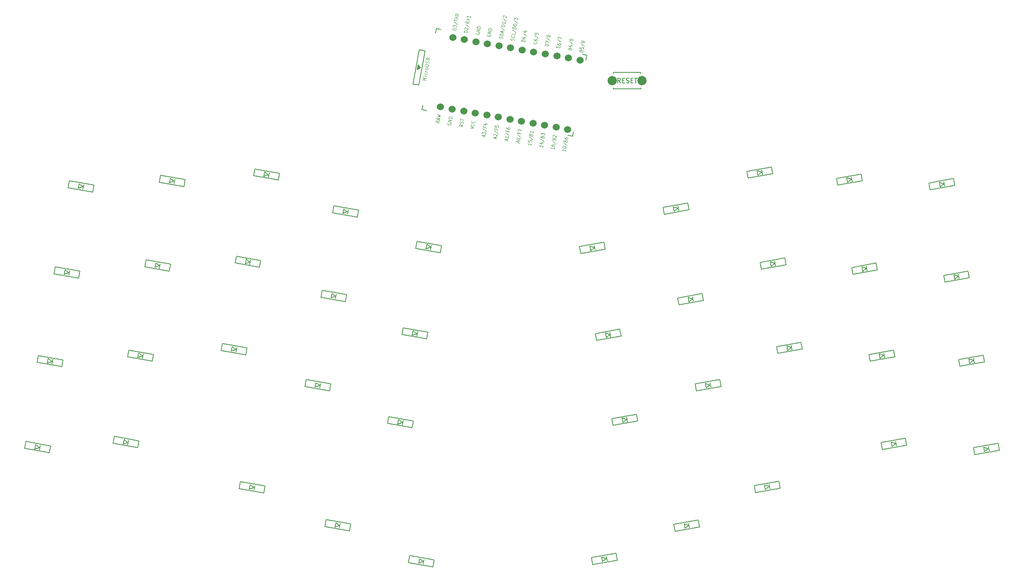
<source format=gbr>
%TF.GenerationSoftware,KiCad,Pcbnew,7.0.2-0*%
%TF.CreationDate,2023-08-23T20:42:08+09:00*%
%TF.ProjectId,rev1,72657631-2e6b-4696-9361-645f70636258,rev?*%
%TF.SameCoordinates,Original*%
%TF.FileFunction,Legend,Top*%
%TF.FilePolarity,Positive*%
%FSLAX46Y46*%
G04 Gerber Fmt 4.6, Leading zero omitted, Abs format (unit mm)*
G04 Created by KiCad (PCBNEW 7.0.2-0) date 2023-08-23 20:42:08*
%MOMM*%
%LPD*%
G01*
G04 APERTURE LIST*
%ADD10C,0.120000*%
%ADD11C,0.125000*%
%ADD12C,0.150000*%
%ADD13C,1.524000*%
%ADD14C,2.000000*%
G04 APERTURE END LIST*
D10*
%TO.C,U1*%
X135874986Y-40336318D02*
X135136380Y-40206082D01*
X135136380Y-40206082D02*
X135707368Y-40052906D01*
X135707368Y-40052906D02*
X135223204Y-39713678D01*
X135223204Y-39713678D02*
X135961810Y-39843914D01*
X136023827Y-39492197D02*
X135531423Y-39405373D01*
X135285221Y-39361961D02*
X135314191Y-39403334D01*
X135314191Y-39403334D02*
X135355565Y-39374364D01*
X135355565Y-39374364D02*
X135326595Y-39332991D01*
X135326595Y-39332991D02*
X135285221Y-39361961D01*
X135285221Y-39361961D02*
X135355565Y-39374364D01*
X136106488Y-38817733D02*
X136129256Y-38894278D01*
X136129256Y-38894278D02*
X136104449Y-39034965D01*
X136104449Y-39034965D02*
X136056874Y-39099106D01*
X136056874Y-39099106D02*
X136015501Y-39128076D01*
X136015501Y-39128076D02*
X135938956Y-39150845D01*
X135938956Y-39150845D02*
X135727926Y-39113634D01*
X135727926Y-39113634D02*
X135663784Y-39066059D01*
X135663784Y-39066059D02*
X135634814Y-39024686D01*
X135634814Y-39024686D02*
X135612046Y-38948141D01*
X135612046Y-38948141D02*
X135636852Y-38807454D01*
X135636852Y-38807454D02*
X135684428Y-38743312D01*
X136197475Y-38507389D02*
X135705071Y-38420565D01*
X135845758Y-38445372D02*
X135781617Y-38397797D01*
X135781617Y-38397797D02*
X135752647Y-38356423D01*
X135752647Y-38356423D02*
X135729878Y-38279878D01*
X135729878Y-38279878D02*
X135742282Y-38209535D01*
X136296703Y-37944642D02*
X136249128Y-38008783D01*
X136249128Y-38008783D02*
X136207754Y-38037753D01*
X136207754Y-38037753D02*
X136131209Y-38060522D01*
X136131209Y-38060522D02*
X135920179Y-38023311D01*
X135920179Y-38023311D02*
X135856037Y-37975736D01*
X135856037Y-37975736D02*
X135827067Y-37934363D01*
X135827067Y-37934363D02*
X135804299Y-37857818D01*
X135804299Y-37857818D02*
X135822904Y-37752302D01*
X135822904Y-37752302D02*
X135870479Y-37688161D01*
X135870479Y-37688161D02*
X135911853Y-37659191D01*
X135911853Y-37659191D02*
X135988398Y-37636423D01*
X135988398Y-37636423D02*
X136199428Y-37673633D01*
X136199428Y-37673633D02*
X136263570Y-37721208D01*
X136263570Y-37721208D02*
X136292540Y-37762581D01*
X136292540Y-37762581D02*
X136315308Y-37839127D01*
X136315308Y-37839127D02*
X136296703Y-37944642D01*
X135657324Y-37251659D02*
X136255243Y-37357088D01*
X136255243Y-37357088D02*
X136331789Y-37334320D01*
X136331789Y-37334320D02*
X136373162Y-37305350D01*
X136373162Y-37305350D02*
X136420737Y-37241208D01*
X136420737Y-37241208D02*
X136445544Y-37100521D01*
X136445544Y-37100521D02*
X136422776Y-37023976D01*
X136422776Y-37023976D02*
X136393806Y-36982603D01*
X136393806Y-36982603D02*
X136329664Y-36935027D01*
X136329664Y-36935027D02*
X135731745Y-36829598D01*
X136490995Y-36637088D02*
X136544772Y-36537774D01*
X136544772Y-36537774D02*
X136575780Y-36361916D01*
X136575780Y-36361916D02*
X136553012Y-36285370D01*
X136553012Y-36285370D02*
X136524042Y-36243997D01*
X136524042Y-36243997D02*
X136459900Y-36196422D01*
X136459900Y-36196422D02*
X136389557Y-36184018D01*
X136389557Y-36184018D02*
X136313012Y-36206787D01*
X136313012Y-36206787D02*
X136271638Y-36235757D01*
X136271638Y-36235757D02*
X136224063Y-36299898D01*
X136224063Y-36299898D02*
X136164084Y-36434383D01*
X136164084Y-36434383D02*
X136116509Y-36498525D01*
X136116509Y-36498525D02*
X136075136Y-36527495D01*
X136075136Y-36527495D02*
X135998591Y-36550263D01*
X135998591Y-36550263D02*
X135928247Y-36537860D01*
X135928247Y-36537860D02*
X135864106Y-36490285D01*
X135864106Y-36490285D02*
X135835136Y-36448911D01*
X135835136Y-36448911D02*
X135812367Y-36372366D01*
X135812367Y-36372366D02*
X135843376Y-36196508D01*
X135843376Y-36196508D02*
X135897153Y-36097194D01*
X136312926Y-35590262D02*
X136366703Y-35490949D01*
X136366703Y-35490949D02*
X136408076Y-35461979D01*
X136408076Y-35461979D02*
X136484621Y-35439211D01*
X136484621Y-35439211D02*
X136590136Y-35457816D01*
X136590136Y-35457816D02*
X136654278Y-35505391D01*
X136654278Y-35505391D02*
X136683248Y-35546764D01*
X136683248Y-35546764D02*
X136706016Y-35623310D01*
X136706016Y-35623310D02*
X136656403Y-35904683D01*
X136656403Y-35904683D02*
X135917797Y-35774447D01*
X135917797Y-35774447D02*
X135961209Y-35528245D01*
X135961209Y-35528245D02*
X136008784Y-35464103D01*
X136008784Y-35464103D02*
X136050157Y-35435133D01*
X136050157Y-35435133D02*
X136126702Y-35412365D01*
X136126702Y-35412365D02*
X136197046Y-35424769D01*
X136197046Y-35424769D02*
X136261188Y-35472344D01*
X136261188Y-35472344D02*
X136290158Y-35513717D01*
X136290158Y-35513717D02*
X136312926Y-35590262D01*
X136312926Y-35590262D02*
X136269514Y-35836464D01*
D11*
X143879344Y-49937601D02*
X143488846Y-50095524D01*
X143812862Y-50314642D02*
X143074256Y-50184406D01*
X143074256Y-50184406D02*
X143118578Y-49933045D01*
X143118578Y-49933045D02*
X143164830Y-49876407D01*
X143164830Y-49876407D02*
X143205542Y-49851189D01*
X143205542Y-49851189D02*
X143281425Y-49832172D01*
X143281425Y-49832172D02*
X143386941Y-49850777D01*
X143386941Y-49850777D02*
X143451744Y-49894601D01*
X143451744Y-49894601D02*
X143481375Y-49932222D01*
X143481375Y-49932222D02*
X143505467Y-50001264D01*
X143505467Y-50001264D02*
X143461145Y-50252625D01*
X143888494Y-49680039D02*
X143940287Y-49591981D01*
X143940287Y-49591981D02*
X143967988Y-49434880D01*
X143967988Y-49434880D02*
X143943896Y-49365838D01*
X143943896Y-49365838D02*
X143914265Y-49328217D01*
X143914265Y-49328217D02*
X143849462Y-49284393D01*
X143849462Y-49284393D02*
X143779118Y-49271990D01*
X143779118Y-49271990D02*
X143703235Y-49291006D01*
X143703235Y-49291006D02*
X143662523Y-49316225D01*
X143662523Y-49316225D02*
X143616271Y-49372863D01*
X143616271Y-49372863D02*
X143558938Y-49492342D01*
X143558938Y-49492342D02*
X143512686Y-49548980D01*
X143512686Y-49548980D02*
X143471974Y-49574198D01*
X143471974Y-49574198D02*
X143396090Y-49593215D01*
X143396090Y-49593215D02*
X143325747Y-49580811D01*
X143325747Y-49580811D02*
X143260944Y-49536988D01*
X143260944Y-49536988D02*
X143231312Y-49499366D01*
X143231312Y-49499366D02*
X143207221Y-49430324D01*
X143207221Y-49430324D02*
X143234922Y-49273224D01*
X143234922Y-49273224D02*
X143286714Y-49185166D01*
X143284784Y-48990444D02*
X143351266Y-48613403D01*
X144056631Y-48932160D02*
X143318025Y-48801923D01*
X142357861Y-29484576D02*
X141619255Y-29354340D01*
X141619255Y-29354340D02*
X141646956Y-29197240D01*
X141646956Y-29197240D02*
X141698748Y-29109181D01*
X141698748Y-29109181D02*
X141780172Y-29058744D01*
X141780172Y-29058744D02*
X141856056Y-29039728D01*
X141856056Y-29039728D02*
X142002283Y-29033115D01*
X142002283Y-29033115D02*
X142107798Y-29051720D01*
X142107798Y-29051720D02*
X142242944Y-29107947D01*
X142242944Y-29107947D02*
X142307747Y-29151770D01*
X142307747Y-29151770D02*
X142367010Y-29227014D01*
X142367010Y-29227014D02*
X142385562Y-29327476D01*
X142385562Y-29327476D02*
X142357861Y-29484576D01*
X141724519Y-28757359D02*
X141796541Y-28348898D01*
X141796541Y-28348898D02*
X142039133Y-28618452D01*
X142039133Y-28618452D02*
X142055754Y-28524192D01*
X142055754Y-28524192D02*
X142102006Y-28467554D01*
X142102006Y-28467554D02*
X142142718Y-28442335D01*
X142142718Y-28442335D02*
X142218602Y-28423319D01*
X142218602Y-28423319D02*
X142394460Y-28454327D01*
X142394460Y-28454327D02*
X142459263Y-28498151D01*
X142459263Y-28498151D02*
X142488895Y-28535773D01*
X142488895Y-28535773D02*
X142512986Y-28604814D01*
X142512986Y-28604814D02*
X142479745Y-28793335D01*
X142479745Y-28793335D02*
X142433493Y-28849973D01*
X142433493Y-28849973D02*
X142392781Y-28875191D01*
X141894334Y-27588615D02*
X142744247Y-28321623D01*
X141951667Y-27469136D02*
X142018149Y-27092096D01*
X142723514Y-27410852D02*
X141984908Y-27280616D01*
X142045850Y-26934996D02*
X142862019Y-26625351D01*
X142123413Y-26495115D02*
X142784456Y-27065232D01*
X142189896Y-26118074D02*
X142200976Y-26055234D01*
X142200976Y-26055234D02*
X142247228Y-25998596D01*
X142247228Y-25998596D02*
X142287940Y-25973378D01*
X142287940Y-25973378D02*
X142363824Y-25954361D01*
X142363824Y-25954361D02*
X142510051Y-25947748D01*
X142510051Y-25947748D02*
X142685909Y-25978756D01*
X142685909Y-25978756D02*
X142821056Y-26034983D01*
X142821056Y-26034983D02*
X142885859Y-26078807D01*
X142885859Y-26078807D02*
X142915491Y-26116429D01*
X142915491Y-26116429D02*
X142939582Y-26185470D01*
X142939582Y-26185470D02*
X142928501Y-26248311D01*
X142928501Y-26248311D02*
X142882249Y-26304949D01*
X142882249Y-26304949D02*
X142841537Y-26330167D01*
X142841537Y-26330167D02*
X142765654Y-26349184D01*
X142765654Y-26349184D02*
X142619427Y-26355797D01*
X142619427Y-26355797D02*
X142443568Y-26324788D01*
X142443568Y-26324788D02*
X142308422Y-26268562D01*
X142308422Y-26268562D02*
X142243618Y-26224738D01*
X142243618Y-26224738D02*
X142213987Y-26187116D01*
X142213987Y-26187116D02*
X142189896Y-26118074D01*
X154873116Y-31725685D02*
X154924908Y-31637626D01*
X154924908Y-31637626D02*
X154952609Y-31480526D01*
X154952609Y-31480526D02*
X154928518Y-31411484D01*
X154928518Y-31411484D02*
X154898887Y-31373862D01*
X154898887Y-31373862D02*
X154834083Y-31330039D01*
X154834083Y-31330039D02*
X154763740Y-31317636D01*
X154763740Y-31317636D02*
X154687856Y-31336652D01*
X154687856Y-31336652D02*
X154647145Y-31361870D01*
X154647145Y-31361870D02*
X154600892Y-31418509D01*
X154600892Y-31418509D02*
X154543560Y-31537987D01*
X154543560Y-31537987D02*
X154497308Y-31594626D01*
X154497308Y-31594626D02*
X154456596Y-31619844D01*
X154456596Y-31619844D02*
X154380712Y-31638861D01*
X154380712Y-31638861D02*
X154310369Y-31626457D01*
X154310369Y-31626457D02*
X154245566Y-31582634D01*
X154245566Y-31582634D02*
X154215934Y-31545012D01*
X154215934Y-31545012D02*
X154191843Y-31475970D01*
X154191843Y-31475970D02*
X154219544Y-31318870D01*
X154219544Y-31318870D02*
X154271336Y-31230811D01*
X155020771Y-30682621D02*
X155050403Y-30720243D01*
X155050403Y-30720243D02*
X155068954Y-30820705D01*
X155068954Y-30820705D02*
X155057873Y-30883545D01*
X155057873Y-30883545D02*
X155006081Y-30971604D01*
X155006081Y-30971604D02*
X154924657Y-31022040D01*
X154924657Y-31022040D02*
X154848774Y-31041057D01*
X154848774Y-31041057D02*
X154702547Y-31047670D01*
X154702547Y-31047670D02*
X154597031Y-31029065D01*
X154597031Y-31029065D02*
X154461885Y-30972838D01*
X154461885Y-30972838D02*
X154397082Y-30929015D01*
X154397082Y-30929015D02*
X154337819Y-30853771D01*
X154337819Y-30853771D02*
X154319267Y-30753309D01*
X154319267Y-30753309D02*
X154330348Y-30690469D01*
X154330348Y-30690469D02*
X154382140Y-30602411D01*
X154382140Y-30602411D02*
X154422852Y-30577192D01*
X155196378Y-30098044D02*
X155140976Y-30412244D01*
X155140976Y-30412244D02*
X154402371Y-30282008D01*
X154544485Y-29270365D02*
X155394398Y-30003372D01*
X155357044Y-29186862D02*
X154618439Y-29056626D01*
X154618439Y-29056626D02*
X154646140Y-28899525D01*
X154646140Y-28899525D02*
X154697932Y-28811467D01*
X154697932Y-28811467D02*
X154779356Y-28761030D01*
X154779356Y-28761030D02*
X154855239Y-28742014D01*
X154855239Y-28742014D02*
X155001466Y-28735401D01*
X155001466Y-28735401D02*
X155106981Y-28754006D01*
X155106981Y-28754006D02*
X155242128Y-28810233D01*
X155242128Y-28810233D02*
X155306931Y-28854056D01*
X155306931Y-28854056D02*
X155366194Y-28929300D01*
X155366194Y-28929300D02*
X155384745Y-29029762D01*
X155384745Y-29029762D02*
X155357044Y-29186862D01*
X154756944Y-28271124D02*
X154768024Y-28208284D01*
X154768024Y-28208284D02*
X154814276Y-28151646D01*
X154814276Y-28151646D02*
X154854988Y-28126427D01*
X154854988Y-28126427D02*
X154930872Y-28107411D01*
X154930872Y-28107411D02*
X155077099Y-28100798D01*
X155077099Y-28100798D02*
X155252957Y-28131806D01*
X155252957Y-28131806D02*
X155388104Y-28188033D01*
X155388104Y-28188033D02*
X155452907Y-28231857D01*
X155452907Y-28231857D02*
X155482539Y-28269479D01*
X155482539Y-28269479D02*
X155506630Y-28338520D01*
X155506630Y-28338520D02*
X155495549Y-28401360D01*
X155495549Y-28401360D02*
X155449297Y-28457999D01*
X155449297Y-28457999D02*
X155408585Y-28483217D01*
X155408585Y-28483217D02*
X155332702Y-28502234D01*
X155332702Y-28502234D02*
X155186475Y-28508847D01*
X155186475Y-28508847D02*
X155010616Y-28477838D01*
X155010616Y-28477838D02*
X154875470Y-28421611D01*
X154875470Y-28421611D02*
X154810666Y-28377788D01*
X154810666Y-28377788D02*
X154781035Y-28340166D01*
X154781035Y-28340166D02*
X154756944Y-28271124D01*
X154893518Y-27290901D02*
X155743431Y-28023909D01*
X154956391Y-27140002D02*
X155028414Y-26731542D01*
X155028414Y-26731542D02*
X155271006Y-27001096D01*
X155271006Y-27001096D02*
X155287626Y-26906836D01*
X155287626Y-26906836D02*
X155333879Y-26850197D01*
X155333879Y-26850197D02*
X155374590Y-26824979D01*
X155374590Y-26824979D02*
X155450474Y-26805962D01*
X155450474Y-26805962D02*
X155626333Y-26836971D01*
X155626333Y-26836971D02*
X155691136Y-26880794D01*
X155691136Y-26880794D02*
X155720767Y-26918416D01*
X155720767Y-26918416D02*
X155744859Y-26987458D01*
X155744859Y-26987458D02*
X155711617Y-27175978D01*
X155711617Y-27175978D02*
X155665365Y-27232617D01*
X155665365Y-27232617D02*
X155624653Y-27257835D01*
D12*
D11*
X155876904Y-53798420D02*
X155932306Y-53484220D01*
X156076854Y-53898471D02*
X155377030Y-53548294D01*
X155377030Y-53548294D02*
X156154417Y-53458590D01*
X155476753Y-52982733D02*
X155487834Y-52919893D01*
X155487834Y-52919893D02*
X155534086Y-52863254D01*
X155534086Y-52863254D02*
X155574798Y-52838036D01*
X155574798Y-52838036D02*
X155650681Y-52819019D01*
X155650681Y-52819019D02*
X155796908Y-52812406D01*
X155796908Y-52812406D02*
X155972767Y-52843415D01*
X155972767Y-52843415D02*
X156107914Y-52899642D01*
X156107914Y-52899642D02*
X156172717Y-52943465D01*
X156172717Y-52943465D02*
X156202348Y-52981087D01*
X156202348Y-52981087D02*
X156226440Y-53050129D01*
X156226440Y-53050129D02*
X156215359Y-53112969D01*
X156215359Y-53112969D02*
X156169107Y-53169607D01*
X156169107Y-53169607D02*
X156128395Y-53194826D01*
X156128395Y-53194826D02*
X156052512Y-53213842D01*
X156052512Y-53213842D02*
X155906285Y-53220455D01*
X155906285Y-53220455D02*
X155730426Y-53189447D01*
X155730426Y-53189447D02*
X155595279Y-53133220D01*
X155595279Y-53133220D02*
X155530476Y-53089396D01*
X155530476Y-53089396D02*
X155500845Y-53051775D01*
X155500845Y-53051775D02*
X155476753Y-52982733D01*
X155613328Y-52002509D02*
X156463240Y-52735517D01*
X156077780Y-51630847D02*
X156038998Y-51850788D01*
X156425887Y-51919007D02*
X155687281Y-51788771D01*
X155687281Y-51788771D02*
X155742683Y-51474570D01*
X155775924Y-51286049D02*
X155853487Y-50846169D01*
X155853487Y-50846169D02*
X156542231Y-51259185D01*
X161163086Y-54422746D02*
X161096604Y-54799787D01*
X161129845Y-54611266D02*
X160391239Y-54481030D01*
X160391239Y-54481030D02*
X160485674Y-54562475D01*
X160485674Y-54562475D02*
X160544937Y-54637719D01*
X160544937Y-54637719D02*
X160569028Y-54706761D01*
X160770406Y-53770361D02*
X161262810Y-53857185D01*
X160461332Y-53877848D02*
X160961206Y-54127974D01*
X160961206Y-54127974D02*
X161033229Y-53719513D01*
X160633078Y-52903826D02*
X161482990Y-53636834D01*
X161097529Y-52532164D02*
X161149322Y-52444106D01*
X161149322Y-52444106D02*
X161190034Y-52418887D01*
X161190034Y-52418887D02*
X161265917Y-52399871D01*
X161265917Y-52399871D02*
X161371432Y-52418476D01*
X161371432Y-52418476D02*
X161436236Y-52462299D01*
X161436236Y-52462299D02*
X161465867Y-52499921D01*
X161465867Y-52499921D02*
X161489958Y-52568963D01*
X161489958Y-52568963D02*
X161445637Y-52820323D01*
X161445637Y-52820323D02*
X160707031Y-52690087D01*
X160707031Y-52690087D02*
X160745812Y-52470147D01*
X160745812Y-52470147D02*
X160792065Y-52413508D01*
X160792065Y-52413508D02*
X160832776Y-52388290D01*
X160832776Y-52388290D02*
X160908660Y-52369273D01*
X160908660Y-52369273D02*
X160979003Y-52381677D01*
X160979003Y-52381677D02*
X161043807Y-52425500D01*
X161043807Y-52425500D02*
X161073438Y-52463122D01*
X161073438Y-52463122D02*
X161097529Y-52532164D01*
X161097529Y-52532164D02*
X161058748Y-52752104D01*
X160812295Y-52093106D02*
X160884317Y-51684645D01*
X160884317Y-51684645D02*
X161126910Y-51954200D01*
X161126910Y-51954200D02*
X161143530Y-51859939D01*
X161143530Y-51859939D02*
X161189782Y-51803301D01*
X161189782Y-51803301D02*
X161230494Y-51778083D01*
X161230494Y-51778083D02*
X161306378Y-51759066D01*
X161306378Y-51759066D02*
X161482236Y-51790075D01*
X161482236Y-51790075D02*
X161547040Y-51833898D01*
X161547040Y-51833898D02*
X161576671Y-51871520D01*
X161576671Y-51871520D02*
X161600762Y-51940562D01*
X161600762Y-51940562D02*
X161567521Y-52129082D01*
X161567521Y-52129082D02*
X161521269Y-52185720D01*
X161521269Y-52185720D02*
X161480557Y-52210939D01*
X148441606Y-52487376D02*
X148497008Y-52173176D01*
X148641556Y-52587427D02*
X147941732Y-52237250D01*
X147941732Y-52237250D02*
X148719119Y-52147546D01*
X148008214Y-51860209D02*
X148080237Y-51451748D01*
X148080237Y-51451748D02*
X148322829Y-51721302D01*
X148322829Y-51721302D02*
X148339450Y-51627042D01*
X148339450Y-51627042D02*
X148385702Y-51570404D01*
X148385702Y-51570404D02*
X148426414Y-51545186D01*
X148426414Y-51545186D02*
X148502297Y-51526169D01*
X148502297Y-51526169D02*
X148678156Y-51557178D01*
X148678156Y-51557178D02*
X148742959Y-51601001D01*
X148742959Y-51601001D02*
X148772591Y-51638623D01*
X148772591Y-51638623D02*
X148796682Y-51707665D01*
X148796682Y-51707665D02*
X148763441Y-51896185D01*
X148763441Y-51896185D02*
X148717189Y-51952823D01*
X148717189Y-51952823D02*
X148676477Y-51978042D01*
X148178030Y-50691465D02*
X149027942Y-51424473D01*
X148642482Y-50319803D02*
X148603700Y-50539744D01*
X148990589Y-50607963D02*
X148251983Y-50477727D01*
X148251983Y-50477727D02*
X148307385Y-50163526D01*
X148647771Y-49672797D02*
X149140175Y-49759621D01*
X148338696Y-49780283D02*
X148838571Y-50030409D01*
X148838571Y-50030409D02*
X148910593Y-49621949D01*
X153365644Y-53355617D02*
X153421046Y-53041417D01*
X153565594Y-53455668D02*
X152865770Y-53105491D01*
X152865770Y-53105491D02*
X153643157Y-53015787D01*
X153742881Y-52450225D02*
X153676398Y-52827266D01*
X153709639Y-52638746D02*
X152971034Y-52508510D01*
X152971034Y-52508510D02*
X153065468Y-52589955D01*
X153065468Y-52589955D02*
X153124731Y-52665198D01*
X153124731Y-52665198D02*
X153148823Y-52734240D01*
X153102068Y-51559706D02*
X153951980Y-52292714D01*
X153566520Y-51188044D02*
X153527738Y-51407985D01*
X153914627Y-51476204D02*
X153176021Y-51345968D01*
X153176021Y-51345968D02*
X153231423Y-51031767D01*
X153325607Y-50497626D02*
X153303446Y-50623306D01*
X153303446Y-50623306D02*
X153327537Y-50692348D01*
X153327537Y-50692348D02*
X153357169Y-50729970D01*
X153357169Y-50729970D02*
X153451603Y-50811415D01*
X153451603Y-50811415D02*
X153586750Y-50867642D01*
X153586750Y-50867642D02*
X153868124Y-50917256D01*
X153868124Y-50917256D02*
X153944007Y-50898239D01*
X153944007Y-50898239D02*
X153984719Y-50873021D01*
X153984719Y-50873021D02*
X154030971Y-50816382D01*
X154030971Y-50816382D02*
X154053132Y-50690702D01*
X154053132Y-50690702D02*
X154029041Y-50621660D01*
X154029041Y-50621660D02*
X153999409Y-50584038D01*
X153999409Y-50584038D02*
X153934606Y-50540215D01*
X153934606Y-50540215D02*
X153758748Y-50509206D01*
X153758748Y-50509206D02*
X153682864Y-50528223D01*
X153682864Y-50528223D02*
X153642152Y-50553441D01*
X153642152Y-50553441D02*
X153595900Y-50610080D01*
X153595900Y-50610080D02*
X153573739Y-50735760D01*
X153573739Y-50735760D02*
X153597830Y-50804802D01*
X153597830Y-50804802D02*
X153627462Y-50842423D01*
X153627462Y-50842423D02*
X153692265Y-50886247D01*
X152408327Y-31307274D02*
X152460119Y-31219216D01*
X152460119Y-31219216D02*
X152487820Y-31062116D01*
X152487820Y-31062116D02*
X152463729Y-30993074D01*
X152463729Y-30993074D02*
X152434098Y-30955452D01*
X152434098Y-30955452D02*
X152369294Y-30911629D01*
X152369294Y-30911629D02*
X152298951Y-30899225D01*
X152298951Y-30899225D02*
X152223067Y-30918242D01*
X152223067Y-30918242D02*
X152182355Y-30943460D01*
X152182355Y-30943460D02*
X152136103Y-31000099D01*
X152136103Y-31000099D02*
X152078771Y-31119577D01*
X152078771Y-31119577D02*
X152032519Y-31176215D01*
X152032519Y-31176215D02*
X151991807Y-31201434D01*
X151991807Y-31201434D02*
X151915923Y-31220450D01*
X151915923Y-31220450D02*
X151845580Y-31208047D01*
X151845580Y-31208047D02*
X151780777Y-31164223D01*
X151780777Y-31164223D02*
X151751145Y-31126602D01*
X151751145Y-31126602D02*
X151727054Y-31057560D01*
X151727054Y-31057560D02*
X151754755Y-30900460D01*
X151754755Y-30900460D02*
X151806547Y-30812401D01*
X152559843Y-30653655D02*
X151821237Y-30523419D01*
X151821237Y-30523419D02*
X151848938Y-30366319D01*
X151848938Y-30366319D02*
X151900731Y-30278260D01*
X151900731Y-30278260D02*
X151982154Y-30227824D01*
X151982154Y-30227824D02*
X152058038Y-30208807D01*
X152058038Y-30208807D02*
X152204265Y-30202194D01*
X152204265Y-30202194D02*
X152309780Y-30220799D01*
X152309780Y-30220799D02*
X152444927Y-30277026D01*
X152444927Y-30277026D02*
X152509730Y-30320849D01*
X152509730Y-30320849D02*
X152568993Y-30396093D01*
X152568993Y-30396093D02*
X152587544Y-30496555D01*
X152587544Y-30496555D02*
X152559843Y-30653655D01*
X152459617Y-29988044D02*
X152515019Y-29673843D01*
X152659567Y-30088094D02*
X151959742Y-29737918D01*
X151959742Y-29737918D02*
X152737130Y-29648213D01*
X152085237Y-28820534D02*
X152935149Y-29553541D01*
X152897796Y-28737031D02*
X152159190Y-28606795D01*
X152159190Y-28606795D02*
X152186891Y-28449695D01*
X152186891Y-28449695D02*
X152238683Y-28361636D01*
X152238683Y-28361636D02*
X152320107Y-28311200D01*
X152320107Y-28311200D02*
X152395991Y-28292183D01*
X152395991Y-28292183D02*
X152542218Y-28285570D01*
X152542218Y-28285570D02*
X152647733Y-28304175D01*
X152647733Y-28304175D02*
X152782879Y-28360402D01*
X152782879Y-28360402D02*
X152847682Y-28404226D01*
X152847682Y-28404226D02*
X152906945Y-28479469D01*
X152906945Y-28479469D02*
X152925497Y-28579931D01*
X152925497Y-28579931D02*
X152897796Y-28737031D01*
X153075082Y-27731589D02*
X153008600Y-28108630D01*
X153041841Y-27920110D02*
X152303235Y-27789874D01*
X152303235Y-27789874D02*
X152397670Y-27871319D01*
X152397670Y-27871319D02*
X152456933Y-27946562D01*
X152456933Y-27946562D02*
X152481024Y-28015604D01*
X152434269Y-26841070D02*
X153284182Y-27574078D01*
X152573026Y-26671155D02*
X152543394Y-26633533D01*
X152543394Y-26633533D02*
X152519303Y-26564491D01*
X152519303Y-26564491D02*
X152547004Y-26407391D01*
X152547004Y-26407391D02*
X152593256Y-26350753D01*
X152593256Y-26350753D02*
X152633968Y-26325534D01*
X152633968Y-26325534D02*
X152709852Y-26306518D01*
X152709852Y-26306518D02*
X152780195Y-26318921D01*
X152780195Y-26318921D02*
X152880170Y-26368946D01*
X152880170Y-26368946D02*
X153235748Y-26820408D01*
X153235748Y-26820408D02*
X153307771Y-26411947D01*
X169458231Y-33910120D02*
X169510023Y-33822062D01*
X169510023Y-33822062D02*
X169550735Y-33796844D01*
X169550735Y-33796844D02*
X169626619Y-33777827D01*
X169626619Y-33777827D02*
X169732134Y-33796432D01*
X169732134Y-33796432D02*
X169796937Y-33840256D01*
X169796937Y-33840256D02*
X169826569Y-33877877D01*
X169826569Y-33877877D02*
X169850660Y-33946919D01*
X169850660Y-33946919D02*
X169806338Y-34198280D01*
X169806338Y-34198280D02*
X169067732Y-34068044D01*
X169067732Y-34068044D02*
X169106514Y-33848103D01*
X169106514Y-33848103D02*
X169152766Y-33791465D01*
X169152766Y-33791465D02*
X169193478Y-33766246D01*
X169193478Y-33766246D02*
X169269362Y-33747230D01*
X169269362Y-33747230D02*
X169339705Y-33759633D01*
X169339705Y-33759633D02*
X169404508Y-33803457D01*
X169404508Y-33803457D02*
X169434140Y-33841079D01*
X169434140Y-33841079D02*
X169458231Y-33910120D01*
X169458231Y-33910120D02*
X169419450Y-34130061D01*
X169239479Y-33094022D02*
X169184077Y-33408222D01*
X169184077Y-33408222D02*
X169530254Y-33501660D01*
X169530254Y-33501660D02*
X169500622Y-33464038D01*
X169500622Y-33464038D02*
X169476531Y-33394996D01*
X169476531Y-33394996D02*
X169504232Y-33237896D01*
X169504232Y-33237896D02*
X169550484Y-33181257D01*
X169550484Y-33181257D02*
X169591196Y-33156039D01*
X169591196Y-33156039D02*
X169667079Y-33137022D01*
X169667079Y-33137022D02*
X169842938Y-33168031D01*
X169842938Y-33168031D02*
X169907741Y-33211854D01*
X169907741Y-33211854D02*
X169937373Y-33249476D01*
X169937373Y-33249476D02*
X169961464Y-33318518D01*
X169961464Y-33318518D02*
X169933763Y-33475618D01*
X169933763Y-33475618D02*
X169887511Y-33532257D01*
X169887511Y-33532257D02*
X169846799Y-33557475D01*
X169342812Y-32302319D02*
X170192725Y-33035326D01*
X170160911Y-32187396D02*
X170183072Y-32061716D01*
X170183072Y-32061716D02*
X170158981Y-31992674D01*
X170158981Y-31992674D02*
X170129349Y-31955052D01*
X170129349Y-31955052D02*
X170034915Y-31873607D01*
X170034915Y-31873607D02*
X169899768Y-31817380D01*
X169899768Y-31817380D02*
X169618394Y-31767766D01*
X169618394Y-31767766D02*
X169542511Y-31786783D01*
X169542511Y-31786783D02*
X169501799Y-31812001D01*
X169501799Y-31812001D02*
X169455547Y-31868640D01*
X169455547Y-31868640D02*
X169433386Y-31994320D01*
X169433386Y-31994320D02*
X169457477Y-32063362D01*
X169457477Y-32063362D02*
X169487109Y-32100983D01*
X169487109Y-32100983D02*
X169551912Y-32144807D01*
X169551912Y-32144807D02*
X169727770Y-32175816D01*
X169727770Y-32175816D02*
X169803654Y-32156799D01*
X169803654Y-32156799D02*
X169844366Y-32131581D01*
X169844366Y-32131581D02*
X169890618Y-32074942D01*
X169890618Y-32074942D02*
X169912779Y-31949262D01*
X169912779Y-31949262D02*
X169888688Y-31880220D01*
X169888688Y-31880220D02*
X169859056Y-31842598D01*
X169859056Y-31842598D02*
X169794253Y-31798775D01*
X158651826Y-53979943D02*
X158585344Y-54356984D01*
X158618585Y-54168463D02*
X157879979Y-54038227D01*
X157879979Y-54038227D02*
X157974414Y-54119672D01*
X157974414Y-54119672D02*
X158033677Y-54194916D01*
X158033677Y-54194916D02*
X158057768Y-54263958D01*
X158018484Y-53252726D02*
X157963082Y-53566927D01*
X157963082Y-53566927D02*
X158309259Y-53660364D01*
X158309259Y-53660364D02*
X158279628Y-53622742D01*
X158279628Y-53622742D02*
X158255536Y-53553700D01*
X158255536Y-53553700D02*
X158283237Y-53396600D01*
X158283237Y-53396600D02*
X158329490Y-53339962D01*
X158329490Y-53339962D02*
X158370201Y-53314743D01*
X158370201Y-53314743D02*
X158446085Y-53295727D01*
X158446085Y-53295727D02*
X158621944Y-53326735D01*
X158621944Y-53326735D02*
X158686747Y-53370559D01*
X158686747Y-53370559D02*
X158716378Y-53408180D01*
X158716378Y-53408180D02*
X158740470Y-53477222D01*
X158740470Y-53477222D02*
X158712769Y-53634323D01*
X158712769Y-53634323D02*
X158666517Y-53690961D01*
X158666517Y-53690961D02*
X158625805Y-53716179D01*
X158121818Y-52461023D02*
X158971730Y-53194031D01*
X158586269Y-52089361D02*
X158638062Y-52001303D01*
X158638062Y-52001303D02*
X158678774Y-51976084D01*
X158678774Y-51976084D02*
X158754657Y-51957068D01*
X158754657Y-51957068D02*
X158860172Y-51975673D01*
X158860172Y-51975673D02*
X158924976Y-52019496D01*
X158924976Y-52019496D02*
X158954607Y-52057118D01*
X158954607Y-52057118D02*
X158978698Y-52126160D01*
X158978698Y-52126160D02*
X158934377Y-52377520D01*
X158934377Y-52377520D02*
X158195771Y-52247284D01*
X158195771Y-52247284D02*
X158234552Y-52027344D01*
X158234552Y-52027344D02*
X158280805Y-51970705D01*
X158280805Y-51970705D02*
X158321516Y-51945487D01*
X158321516Y-51945487D02*
X158397400Y-51926470D01*
X158397400Y-51926470D02*
X158467743Y-51938874D01*
X158467743Y-51938874D02*
X158532547Y-51982697D01*
X158532547Y-51982697D02*
X158562178Y-52020319D01*
X158562178Y-52020319D02*
X158586269Y-52089361D01*
X158586269Y-52089361D02*
X158547488Y-52309301D01*
X159111663Y-51372079D02*
X159045181Y-51749119D01*
X159078422Y-51560599D02*
X158339816Y-51430363D01*
X158339816Y-51430363D02*
X158434251Y-51511808D01*
X158434251Y-51511808D02*
X158493514Y-51587052D01*
X158493514Y-51587052D02*
X158517605Y-51656093D01*
X150903625Y-52921497D02*
X150959027Y-52607297D01*
X151103575Y-53021548D02*
X150403751Y-52671371D01*
X150403751Y-52671371D02*
X151181138Y-52581667D01*
X150546117Y-52275313D02*
X150516485Y-52237692D01*
X150516485Y-52237692D02*
X150492394Y-52168650D01*
X150492394Y-52168650D02*
X150520095Y-52011550D01*
X150520095Y-52011550D02*
X150566347Y-51954911D01*
X150566347Y-51954911D02*
X150607059Y-51929693D01*
X150607059Y-51929693D02*
X150682943Y-51910676D01*
X150682943Y-51910676D02*
X150753286Y-51923080D01*
X150753286Y-51923080D02*
X150853261Y-51973105D01*
X150853261Y-51973105D02*
X151208839Y-52424566D01*
X151208839Y-52424566D02*
X151280862Y-52016105D01*
X150640049Y-51125586D02*
X151489961Y-51858594D01*
X151104501Y-50753924D02*
X151065719Y-50973865D01*
X151452608Y-51042084D02*
X150714002Y-50911848D01*
X150714002Y-50911848D02*
X150769404Y-50597647D01*
X150869128Y-50032086D02*
X150813726Y-50346286D01*
X150813726Y-50346286D02*
X151159903Y-50439724D01*
X151159903Y-50439724D02*
X151130271Y-50402102D01*
X151130271Y-50402102D02*
X151106180Y-50333060D01*
X151106180Y-50333060D02*
X151133881Y-50175960D01*
X151133881Y-50175960D02*
X151180133Y-50119321D01*
X151180133Y-50119321D02*
X151220845Y-50094103D01*
X151220845Y-50094103D02*
X151296729Y-50075086D01*
X151296729Y-50075086D02*
X151472587Y-50106095D01*
X151472587Y-50106095D02*
X151537390Y-50149918D01*
X151537390Y-50149918D02*
X151567022Y-50187540D01*
X151567022Y-50187540D02*
X151591113Y-50256582D01*
X151591113Y-50256582D02*
X151563412Y-50413682D01*
X151563412Y-50413682D02*
X151517160Y-50470321D01*
X151517160Y-50470321D02*
X151476448Y-50495539D01*
X166996211Y-33476000D02*
X167048003Y-33387942D01*
X167048003Y-33387942D02*
X167088715Y-33362724D01*
X167088715Y-33362724D02*
X167164599Y-33343707D01*
X167164599Y-33343707D02*
X167270114Y-33362312D01*
X167270114Y-33362312D02*
X167334917Y-33406136D01*
X167334917Y-33406136D02*
X167364549Y-33443757D01*
X167364549Y-33443757D02*
X167388640Y-33512799D01*
X167388640Y-33512799D02*
X167344318Y-33764160D01*
X167344318Y-33764160D02*
X166605712Y-33633924D01*
X166605712Y-33633924D02*
X166644494Y-33413983D01*
X166644494Y-33413983D02*
X166690746Y-33357345D01*
X166690746Y-33357345D02*
X166731458Y-33332126D01*
X166731458Y-33332126D02*
X166807342Y-33313110D01*
X166807342Y-33313110D02*
X166877685Y-33325513D01*
X166877685Y-33325513D02*
X166942488Y-33369337D01*
X166942488Y-33369337D02*
X166972120Y-33406959D01*
X166972120Y-33406959D02*
X166996211Y-33476000D01*
X166996211Y-33476000D02*
X166957430Y-33695941D01*
X167018121Y-32734734D02*
X167510524Y-32821558D01*
X166709046Y-32842220D02*
X167208920Y-33092347D01*
X167208920Y-33092347D02*
X167280943Y-32683886D01*
X166880792Y-31868199D02*
X167730705Y-32601206D01*
X167287911Y-31616015D02*
X167241659Y-31672654D01*
X167241659Y-31672654D02*
X167200947Y-31697872D01*
X167200947Y-31697872D02*
X167125064Y-31716889D01*
X167125064Y-31716889D02*
X167089892Y-31710687D01*
X167089892Y-31710687D02*
X167025089Y-31666863D01*
X167025089Y-31666863D02*
X166995457Y-31629242D01*
X166995457Y-31629242D02*
X166971366Y-31560200D01*
X166971366Y-31560200D02*
X166993527Y-31434520D01*
X166993527Y-31434520D02*
X167039779Y-31377881D01*
X167039779Y-31377881D02*
X167080491Y-31352663D01*
X167080491Y-31352663D02*
X167156374Y-31333646D01*
X167156374Y-31333646D02*
X167191546Y-31339848D01*
X167191546Y-31339848D02*
X167256349Y-31383671D01*
X167256349Y-31383671D02*
X167285981Y-31421293D01*
X167285981Y-31421293D02*
X167310072Y-31490335D01*
X167310072Y-31490335D02*
X167287911Y-31616015D01*
X167287911Y-31616015D02*
X167312003Y-31685057D01*
X167312003Y-31685057D02*
X167341634Y-31722679D01*
X167341634Y-31722679D02*
X167406437Y-31766502D01*
X167406437Y-31766502D02*
X167547124Y-31791309D01*
X167547124Y-31791309D02*
X167623008Y-31772293D01*
X167623008Y-31772293D02*
X167663720Y-31747074D01*
X167663720Y-31747074D02*
X167709972Y-31690436D01*
X167709972Y-31690436D02*
X167732133Y-31564756D01*
X167732133Y-31564756D02*
X167708041Y-31495714D01*
X167708041Y-31495714D02*
X167678410Y-31458092D01*
X167678410Y-31458092D02*
X167613607Y-31414269D01*
X167613607Y-31414269D02*
X167472920Y-31389462D01*
X167472920Y-31389462D02*
X167397036Y-31408478D01*
X167397036Y-31408478D02*
X167356324Y-31433697D01*
X167356324Y-31433697D02*
X167310072Y-31490335D01*
X164451711Y-33221717D02*
X164490492Y-33001777D01*
X164894002Y-32975736D02*
X164838600Y-33289936D01*
X164838600Y-33289936D02*
X164099994Y-33159700D01*
X164099994Y-33159700D02*
X164155396Y-32845500D01*
X164255119Y-32279939D02*
X164232959Y-32405619D01*
X164232959Y-32405619D02*
X164257050Y-32474661D01*
X164257050Y-32474661D02*
X164286681Y-32512283D01*
X164286681Y-32512283D02*
X164381116Y-32593728D01*
X164381116Y-32593728D02*
X164516263Y-32649955D01*
X164516263Y-32649955D02*
X164797636Y-32699569D01*
X164797636Y-32699569D02*
X164873520Y-32680552D01*
X164873520Y-32680552D02*
X164914232Y-32655334D01*
X164914232Y-32655334D02*
X164960484Y-32598696D01*
X164960484Y-32598696D02*
X164982645Y-32473015D01*
X164982645Y-32473015D02*
X164958553Y-32403974D01*
X164958553Y-32403974D02*
X164928922Y-32366352D01*
X164928922Y-32366352D02*
X164864119Y-32322528D01*
X164864119Y-32322528D02*
X164688260Y-32291520D01*
X164688260Y-32291520D02*
X164612377Y-32310536D01*
X164612377Y-32310536D02*
X164571665Y-32335755D01*
X164571665Y-32335755D02*
X164525413Y-32392393D01*
X164525413Y-32392393D02*
X164503252Y-32518073D01*
X164503252Y-32518073D02*
X164527343Y-32587115D01*
X164527343Y-32587115D02*
X164556975Y-32624737D01*
X164556975Y-32624737D02*
X164621778Y-32668560D01*
X164363993Y-31456816D02*
X165213905Y-32189824D01*
X164426866Y-31305917D02*
X164504429Y-30866037D01*
X164504429Y-30866037D02*
X165193172Y-31279053D01*
X146774518Y-29980725D02*
X146728266Y-30037364D01*
X146728266Y-30037364D02*
X146711646Y-30131624D01*
X146711646Y-30131624D02*
X146730197Y-30232086D01*
X146730197Y-30232086D02*
X146789460Y-30307329D01*
X146789460Y-30307329D02*
X146854263Y-30351153D01*
X146854263Y-30351153D02*
X146989410Y-30407380D01*
X146989410Y-30407380D02*
X147094925Y-30425985D01*
X147094925Y-30425985D02*
X147241152Y-30419372D01*
X147241152Y-30419372D02*
X147317035Y-30400355D01*
X147317035Y-30400355D02*
X147398459Y-30349918D01*
X147398459Y-30349918D02*
X147450251Y-30261860D01*
X147450251Y-30261860D02*
X147461332Y-30199020D01*
X147461332Y-30199020D02*
X147442781Y-30098558D01*
X147442781Y-30098558D02*
X147413149Y-30060936D01*
X147413149Y-30060936D02*
X147166947Y-30017524D01*
X147166947Y-30017524D02*
X147144786Y-30143204D01*
X147533354Y-29790559D02*
X146794749Y-29660323D01*
X146794749Y-29660323D02*
X147599837Y-29413518D01*
X147599837Y-29413518D02*
X146861231Y-29283282D01*
X147655239Y-29099318D02*
X146916633Y-28969082D01*
X146916633Y-28969082D02*
X146944334Y-28811981D01*
X146944334Y-28811981D02*
X146996127Y-28723923D01*
X146996127Y-28723923D02*
X147077550Y-28673486D01*
X147077550Y-28673486D02*
X147153434Y-28654470D01*
X147153434Y-28654470D02*
X147299661Y-28647856D01*
X147299661Y-28647856D02*
X147405176Y-28666462D01*
X147405176Y-28666462D02*
X147540323Y-28722688D01*
X147540323Y-28722688D02*
X147605126Y-28766512D01*
X147605126Y-28766512D02*
X147664389Y-28841756D01*
X147664389Y-28841756D02*
X147682940Y-28942217D01*
X147682940Y-28942217D02*
X147655239Y-29099318D01*
X149187297Y-30406163D02*
X149141045Y-30462802D01*
X149141045Y-30462802D02*
X149124425Y-30557062D01*
X149124425Y-30557062D02*
X149142976Y-30657524D01*
X149142976Y-30657524D02*
X149202239Y-30732767D01*
X149202239Y-30732767D02*
X149267042Y-30776591D01*
X149267042Y-30776591D02*
X149402189Y-30832818D01*
X149402189Y-30832818D02*
X149507704Y-30851423D01*
X149507704Y-30851423D02*
X149653931Y-30844810D01*
X149653931Y-30844810D02*
X149729814Y-30825793D01*
X149729814Y-30825793D02*
X149811238Y-30775356D01*
X149811238Y-30775356D02*
X149863030Y-30687298D01*
X149863030Y-30687298D02*
X149874111Y-30624458D01*
X149874111Y-30624458D02*
X149855560Y-30523996D01*
X149855560Y-30523996D02*
X149825928Y-30486374D01*
X149825928Y-30486374D02*
X149579726Y-30442962D01*
X149579726Y-30442962D02*
X149557565Y-30568642D01*
X149946133Y-30215997D02*
X149207528Y-30085761D01*
X149207528Y-30085761D02*
X150012616Y-29838956D01*
X150012616Y-29838956D02*
X149274010Y-29708720D01*
X150068018Y-29524756D02*
X149329412Y-29394520D01*
X149329412Y-29394520D02*
X149357113Y-29237419D01*
X149357113Y-29237419D02*
X149408906Y-29149361D01*
X149408906Y-29149361D02*
X149490329Y-29098924D01*
X149490329Y-29098924D02*
X149566213Y-29079908D01*
X149566213Y-29079908D02*
X149712440Y-29073294D01*
X149712440Y-29073294D02*
X149817955Y-29091900D01*
X149817955Y-29091900D02*
X149953102Y-29148126D01*
X149953102Y-29148126D02*
X150017905Y-29191950D01*
X150017905Y-29191950D02*
X150077168Y-29267194D01*
X150077168Y-29267194D02*
X150095719Y-29367655D01*
X150095719Y-29367655D02*
X150068018Y-29524756D01*
X166136365Y-55299669D02*
X166069883Y-55676710D01*
X166103124Y-55488189D02*
X165364518Y-55357953D01*
X165364518Y-55357953D02*
X165458953Y-55439398D01*
X165458953Y-55439398D02*
X165518216Y-55514642D01*
X165518216Y-55514642D02*
X165542307Y-55583684D01*
X165469782Y-54760972D02*
X165480863Y-54698132D01*
X165480863Y-54698132D02*
X165527115Y-54641494D01*
X165527115Y-54641494D02*
X165567827Y-54616276D01*
X165567827Y-54616276D02*
X165643710Y-54597259D01*
X165643710Y-54597259D02*
X165789937Y-54590646D01*
X165789937Y-54590646D02*
X165965796Y-54621654D01*
X165965796Y-54621654D02*
X166100942Y-54677881D01*
X166100942Y-54677881D02*
X166165746Y-54721705D01*
X166165746Y-54721705D02*
X166195377Y-54759327D01*
X166195377Y-54759327D02*
X166219468Y-54828368D01*
X166219468Y-54828368D02*
X166208388Y-54891208D01*
X166208388Y-54891208D02*
X166162136Y-54947847D01*
X166162136Y-54947847D02*
X166121424Y-54973065D01*
X166121424Y-54973065D02*
X166045540Y-54992082D01*
X166045540Y-54992082D02*
X165899313Y-54998695D01*
X165899313Y-54998695D02*
X165723455Y-54967686D01*
X165723455Y-54967686D02*
X165588308Y-54911459D01*
X165588308Y-54911459D02*
X165523505Y-54867636D01*
X165523505Y-54867636D02*
X165493874Y-54830014D01*
X165493874Y-54830014D02*
X165469782Y-54760972D01*
X165606357Y-53780749D02*
X166456269Y-54513757D01*
X166070808Y-53409087D02*
X166122601Y-53321029D01*
X166122601Y-53321029D02*
X166163313Y-53295810D01*
X166163313Y-53295810D02*
X166239196Y-53276794D01*
X166239196Y-53276794D02*
X166344711Y-53295399D01*
X166344711Y-53295399D02*
X166409515Y-53339222D01*
X166409515Y-53339222D02*
X166439146Y-53376844D01*
X166439146Y-53376844D02*
X166463237Y-53445886D01*
X166463237Y-53445886D02*
X166418916Y-53697246D01*
X166418916Y-53697246D02*
X165680310Y-53567010D01*
X165680310Y-53567010D02*
X165719091Y-53347070D01*
X165719091Y-53347070D02*
X165765344Y-53290431D01*
X165765344Y-53290431D02*
X165806055Y-53265213D01*
X165806055Y-53265213D02*
X165881939Y-53246196D01*
X165881939Y-53246196D02*
X165952282Y-53258600D01*
X165952282Y-53258600D02*
X166017086Y-53302423D01*
X166017086Y-53302423D02*
X166046717Y-53340045D01*
X166046717Y-53340045D02*
X166070808Y-53409087D01*
X166070808Y-53409087D02*
X166032027Y-53629027D01*
X165846516Y-52624408D02*
X165824355Y-52750089D01*
X165824355Y-52750089D02*
X165848447Y-52819131D01*
X165848447Y-52819131D02*
X165878078Y-52856752D01*
X165878078Y-52856752D02*
X165972513Y-52938198D01*
X165972513Y-52938198D02*
X166107659Y-52994425D01*
X166107659Y-52994425D02*
X166389033Y-53044038D01*
X166389033Y-53044038D02*
X166464917Y-53025022D01*
X166464917Y-53025022D02*
X166505629Y-52999803D01*
X166505629Y-52999803D02*
X166551881Y-52943165D01*
X166551881Y-52943165D02*
X166574041Y-52817485D01*
X166574041Y-52817485D02*
X166549950Y-52748443D01*
X166549950Y-52748443D02*
X166520319Y-52710821D01*
X166520319Y-52710821D02*
X166455515Y-52666998D01*
X166455515Y-52666998D02*
X166279657Y-52635989D01*
X166279657Y-52635989D02*
X166203773Y-52655006D01*
X166203773Y-52655006D02*
X166163061Y-52680224D01*
X166163061Y-52680224D02*
X166116809Y-52736862D01*
X166116809Y-52736862D02*
X166094648Y-52862543D01*
X166094648Y-52862543D02*
X166118740Y-52931584D01*
X166118740Y-52931584D02*
X166148371Y-52969206D01*
X166148371Y-52969206D02*
X166213175Y-53013030D01*
X138840204Y-49146256D02*
X138449705Y-49304179D01*
X138773721Y-49523297D02*
X138035115Y-49393061D01*
X138035115Y-49393061D02*
X138079437Y-49141700D01*
X138079437Y-49141700D02*
X138125689Y-49085062D01*
X138125689Y-49085062D02*
X138166401Y-49059843D01*
X138166401Y-49059843D02*
X138242285Y-49040827D01*
X138242285Y-49040827D02*
X138347800Y-49059432D01*
X138347800Y-49059432D02*
X138412603Y-49103255D01*
X138412603Y-49103255D02*
X138442234Y-49140877D01*
X138442234Y-49140877D02*
X138466326Y-49209919D01*
X138466326Y-49209919D02*
X138422004Y-49461280D01*
X138673495Y-48857685D02*
X138728897Y-48543485D01*
X138873445Y-48957736D02*
X138173620Y-48607559D01*
X138173620Y-48607559D02*
X138951008Y-48517855D01*
X138240103Y-48230518D02*
X139006410Y-48203654D01*
X139006410Y-48203654D02*
X138500995Y-47984948D01*
X138500995Y-47984948D02*
X139050731Y-47952294D01*
X139050731Y-47952294D02*
X138339827Y-47664957D01*
X157299279Y-31992949D02*
X156560673Y-31862713D01*
X156560673Y-31862713D02*
X156588374Y-31705612D01*
X156588374Y-31705612D02*
X156640167Y-31617554D01*
X156640167Y-31617554D02*
X156721591Y-31567117D01*
X156721591Y-31567117D02*
X156797474Y-31548101D01*
X156797474Y-31548101D02*
X156943701Y-31541487D01*
X156943701Y-31541487D02*
X157049216Y-31560093D01*
X157049216Y-31560093D02*
X157184363Y-31616319D01*
X157184363Y-31616319D02*
X157249166Y-31660143D01*
X157249166Y-31660143D02*
X157308429Y-31735387D01*
X157308429Y-31735387D02*
X157326980Y-31835848D01*
X157326980Y-31835848D02*
X157299279Y-31992949D01*
X156973082Y-30963523D02*
X157465485Y-31050347D01*
X156664007Y-31071009D02*
X157163881Y-31321136D01*
X157163881Y-31321136D02*
X157235904Y-30912675D01*
X156835753Y-30096988D02*
X157685666Y-30829995D01*
X157205770Y-29643880D02*
X157698174Y-29730705D01*
X156896695Y-29751367D02*
X157396570Y-30001493D01*
X157396570Y-30001493D02*
X157468593Y-29593032D01*
X144855269Y-30005929D02*
X144116663Y-29875693D01*
X144116663Y-29875693D02*
X144144364Y-29718593D01*
X144144364Y-29718593D02*
X144196157Y-29630534D01*
X144196157Y-29630534D02*
X144277580Y-29580098D01*
X144277580Y-29580098D02*
X144353464Y-29561081D01*
X144353464Y-29561081D02*
X144499691Y-29554468D01*
X144499691Y-29554468D02*
X144605206Y-29573073D01*
X144605206Y-29573073D02*
X144740353Y-29629300D01*
X144740353Y-29629300D02*
X144805156Y-29673123D01*
X144805156Y-29673123D02*
X144864419Y-29748367D01*
X144864419Y-29748367D02*
X144882970Y-29848829D01*
X144882970Y-29848829D02*
X144855269Y-30005929D01*
X144297811Y-29259695D02*
X144268179Y-29222074D01*
X144268179Y-29222074D02*
X144244088Y-29153032D01*
X144244088Y-29153032D02*
X144271789Y-28995931D01*
X144271789Y-28995931D02*
X144318041Y-28939293D01*
X144318041Y-28939293D02*
X144358753Y-28914075D01*
X144358753Y-28914075D02*
X144434637Y-28895058D01*
X144434637Y-28895058D02*
X144504980Y-28907462D01*
X144504980Y-28907462D02*
X144604955Y-28957487D01*
X144604955Y-28957487D02*
X144960533Y-29408948D01*
X144960533Y-29408948D02*
X145032556Y-29000487D01*
X144391743Y-28109968D02*
X145241655Y-28842976D01*
X145270784Y-27649425D02*
X144880286Y-27807348D01*
X145204302Y-28026466D02*
X144465696Y-27896230D01*
X144465696Y-27896230D02*
X144510018Y-27644869D01*
X144510018Y-27644869D02*
X144556270Y-27588231D01*
X144556270Y-27588231D02*
X144596982Y-27563012D01*
X144596982Y-27563012D02*
X144672865Y-27543996D01*
X144672865Y-27543996D02*
X144778380Y-27562601D01*
X144778380Y-27562601D02*
X144843184Y-27606424D01*
X144843184Y-27606424D02*
X144872815Y-27644046D01*
X144872815Y-27644046D02*
X144896906Y-27713088D01*
X144896906Y-27713088D02*
X144852585Y-27964448D01*
X144570960Y-27299248D02*
X145387129Y-26989604D01*
X144648523Y-26859368D02*
X145309566Y-27429485D01*
X145492392Y-26392623D02*
X145425910Y-26769664D01*
X145459151Y-26581143D02*
X144720545Y-26450907D01*
X144720545Y-26450907D02*
X144814980Y-26532352D01*
X144814980Y-26532352D02*
X144874243Y-26607596D01*
X144874243Y-26607596D02*
X144898334Y-26676638D01*
X162321799Y-32878554D02*
X161583193Y-32748318D01*
X161583193Y-32748318D02*
X161610894Y-32591217D01*
X161610894Y-32591217D02*
X161662687Y-32503159D01*
X161662687Y-32503159D02*
X161744111Y-32452722D01*
X161744111Y-32452722D02*
X161819994Y-32433706D01*
X161819994Y-32433706D02*
X161966221Y-32427092D01*
X161966221Y-32427092D02*
X162071736Y-32445698D01*
X162071736Y-32445698D02*
X162206883Y-32501924D01*
X162206883Y-32501924D02*
X162271686Y-32545748D01*
X162271686Y-32545748D02*
X162330949Y-32620992D01*
X162330949Y-32620992D02*
X162349500Y-32721453D01*
X162349500Y-32721453D02*
X162321799Y-32878554D01*
X161688457Y-32151336D02*
X161766020Y-31711456D01*
X161766020Y-31711456D02*
X162454764Y-32124472D01*
X161858273Y-30982593D02*
X162708186Y-31715600D01*
X161982088Y-30486073D02*
X161959927Y-30611754D01*
X161959927Y-30611754D02*
X161984019Y-30680796D01*
X161984019Y-30680796D02*
X162013650Y-30718417D01*
X162013650Y-30718417D02*
X162108085Y-30799863D01*
X162108085Y-30799863D02*
X162243231Y-30856090D01*
X162243231Y-30856090D02*
X162524605Y-30905703D01*
X162524605Y-30905703D02*
X162600489Y-30886687D01*
X162600489Y-30886687D02*
X162641201Y-30861468D01*
X162641201Y-30861468D02*
X162687453Y-30804830D01*
X162687453Y-30804830D02*
X162709614Y-30679150D01*
X162709614Y-30679150D02*
X162685522Y-30610108D01*
X162685522Y-30610108D02*
X162655891Y-30572486D01*
X162655891Y-30572486D02*
X162591088Y-30528663D01*
X162591088Y-30528663D02*
X162415229Y-30497654D01*
X162415229Y-30497654D02*
X162339345Y-30516671D01*
X162339345Y-30516671D02*
X162298633Y-30541889D01*
X162298633Y-30541889D02*
X162252381Y-30598527D01*
X162252381Y-30598527D02*
X162230221Y-30724208D01*
X162230221Y-30724208D02*
X162254312Y-30793249D01*
X162254312Y-30793249D02*
X162283943Y-30830871D01*
X162283943Y-30830871D02*
X162348747Y-30874695D01*
X140639719Y-49512154D02*
X140593467Y-49568793D01*
X140593467Y-49568793D02*
X140576847Y-49663053D01*
X140576847Y-49663053D02*
X140595398Y-49763515D01*
X140595398Y-49763515D02*
X140654661Y-49838758D01*
X140654661Y-49838758D02*
X140719464Y-49882582D01*
X140719464Y-49882582D02*
X140854611Y-49938809D01*
X140854611Y-49938809D02*
X140960126Y-49957414D01*
X140960126Y-49957414D02*
X141106353Y-49950801D01*
X141106353Y-49950801D02*
X141182236Y-49931784D01*
X141182236Y-49931784D02*
X141263660Y-49881347D01*
X141263660Y-49881347D02*
X141315452Y-49793289D01*
X141315452Y-49793289D02*
X141326533Y-49730449D01*
X141326533Y-49730449D02*
X141307982Y-49629987D01*
X141307982Y-49629987D02*
X141278350Y-49592365D01*
X141278350Y-49592365D02*
X141032148Y-49548953D01*
X141032148Y-49548953D02*
X141009987Y-49674633D01*
X141398555Y-49321988D02*
X140659950Y-49191752D01*
X140659950Y-49191752D02*
X141465038Y-48944947D01*
X141465038Y-48944947D02*
X140726432Y-48814711D01*
X141520440Y-48630747D02*
X140781834Y-48500511D01*
X140781834Y-48500511D02*
X140809535Y-48343410D01*
X140809535Y-48343410D02*
X140861328Y-48255352D01*
X140861328Y-48255352D02*
X140942751Y-48204915D01*
X140942751Y-48204915D02*
X141018635Y-48185899D01*
X141018635Y-48185899D02*
X141164862Y-48179285D01*
X141164862Y-48179285D02*
X141270377Y-48197891D01*
X141270377Y-48197891D02*
X141405524Y-48254117D01*
X141405524Y-48254117D02*
X141470327Y-48297941D01*
X141470327Y-48297941D02*
X141529590Y-48373185D01*
X141529590Y-48373185D02*
X141548141Y-48473646D01*
X141548141Y-48473646D02*
X141520440Y-48630747D01*
X163674345Y-54865549D02*
X163607863Y-55242590D01*
X163641104Y-55054069D02*
X162902498Y-54923833D01*
X162902498Y-54923833D02*
X162996933Y-55005278D01*
X162996933Y-55005278D02*
X163056196Y-55080522D01*
X163056196Y-55080522D02*
X163080287Y-55149564D01*
X163035463Y-54169752D02*
X163013302Y-54295432D01*
X163013302Y-54295432D02*
X163037394Y-54364474D01*
X163037394Y-54364474D02*
X163067025Y-54402096D01*
X163067025Y-54402096D02*
X163161460Y-54483541D01*
X163161460Y-54483541D02*
X163296607Y-54539768D01*
X163296607Y-54539768D02*
X163577980Y-54589382D01*
X163577980Y-54589382D02*
X163653864Y-54570365D01*
X163653864Y-54570365D02*
X163694576Y-54545147D01*
X163694576Y-54545147D02*
X163740828Y-54488509D01*
X163740828Y-54488509D02*
X163762989Y-54362828D01*
X163762989Y-54362828D02*
X163738897Y-54293786D01*
X163738897Y-54293786D02*
X163709266Y-54256165D01*
X163709266Y-54256165D02*
X163644463Y-54212341D01*
X163644463Y-54212341D02*
X163468604Y-54181333D01*
X163468604Y-54181333D02*
X163392720Y-54200349D01*
X163392720Y-54200349D02*
X163352009Y-54225568D01*
X163352009Y-54225568D02*
X163305756Y-54282206D01*
X163305756Y-54282206D02*
X163283596Y-54407886D01*
X163283596Y-54407886D02*
X163307687Y-54476928D01*
X163307687Y-54476928D02*
X163337318Y-54514550D01*
X163337318Y-54514550D02*
X163402122Y-54558373D01*
X163144337Y-53346629D02*
X163994249Y-54079637D01*
X163608788Y-52974967D02*
X163660581Y-52886909D01*
X163660581Y-52886909D02*
X163701293Y-52861690D01*
X163701293Y-52861690D02*
X163777176Y-52842674D01*
X163777176Y-52842674D02*
X163882691Y-52861279D01*
X163882691Y-52861279D02*
X163947495Y-52905102D01*
X163947495Y-52905102D02*
X163977126Y-52942724D01*
X163977126Y-52942724D02*
X164001217Y-53011766D01*
X164001217Y-53011766D02*
X163956896Y-53263126D01*
X163956896Y-53263126D02*
X163218290Y-53132890D01*
X163218290Y-53132890D02*
X163257071Y-52912950D01*
X163257071Y-52912950D02*
X163303324Y-52856311D01*
X163303324Y-52856311D02*
X163344035Y-52831093D01*
X163344035Y-52831093D02*
X163419919Y-52812076D01*
X163419919Y-52812076D02*
X163490262Y-52824480D01*
X163490262Y-52824480D02*
X163555066Y-52868303D01*
X163555066Y-52868303D02*
X163584697Y-52905925D01*
X163584697Y-52905925D02*
X163608788Y-52974967D01*
X163608788Y-52974967D02*
X163570007Y-53194907D01*
X163399437Y-52516893D02*
X163369806Y-52479271D01*
X163369806Y-52479271D02*
X163345715Y-52410229D01*
X163345715Y-52410229D02*
X163373416Y-52253129D01*
X163373416Y-52253129D02*
X163419668Y-52196490D01*
X163419668Y-52196490D02*
X163460380Y-52171272D01*
X163460380Y-52171272D02*
X163536263Y-52152255D01*
X163536263Y-52152255D02*
X163606607Y-52164659D01*
X163606607Y-52164659D02*
X163706582Y-52214684D01*
X163706582Y-52214684D02*
X164062160Y-52666145D01*
X164062160Y-52666145D02*
X164134182Y-52257685D01*
X145462104Y-50751235D02*
X146239491Y-50661531D01*
X146239491Y-50661531D02*
X145539667Y-50311354D01*
X146313193Y-49832205D02*
X146342825Y-49869827D01*
X146342825Y-49869827D02*
X146361376Y-49970289D01*
X146361376Y-49970289D02*
X146350295Y-50033129D01*
X146350295Y-50033129D02*
X146298503Y-50121188D01*
X146298503Y-50121188D02*
X146217079Y-50171624D01*
X146217079Y-50171624D02*
X146141196Y-50190641D01*
X146141196Y-50190641D02*
X145994969Y-50197254D01*
X145994969Y-50197254D02*
X145889454Y-50178649D01*
X145889454Y-50178649D02*
X145754307Y-50122422D01*
X145754307Y-50122422D02*
X145689504Y-50078598D01*
X145689504Y-50078598D02*
X145630241Y-50003355D01*
X145630241Y-50003355D02*
X145611690Y-49902893D01*
X145611690Y-49902893D02*
X145622770Y-49840053D01*
X145622770Y-49840053D02*
X145674562Y-49751994D01*
X145674562Y-49751994D02*
X145715274Y-49726776D01*
X146429538Y-49172384D02*
X146459169Y-49210006D01*
X146459169Y-49210006D02*
X146477720Y-49310468D01*
X146477720Y-49310468D02*
X146466640Y-49373308D01*
X146466640Y-49373308D02*
X146414847Y-49461366D01*
X146414847Y-49461366D02*
X146333424Y-49511803D01*
X146333424Y-49511803D02*
X146257540Y-49530820D01*
X146257540Y-49530820D02*
X146111313Y-49537433D01*
X146111313Y-49537433D02*
X146005798Y-49518828D01*
X146005798Y-49518828D02*
X145870651Y-49462601D01*
X145870651Y-49462601D02*
X145805848Y-49418777D01*
X145805848Y-49418777D02*
X145746585Y-49343534D01*
X145746585Y-49343534D02*
X145728034Y-49243072D01*
X145728034Y-49243072D02*
X145739114Y-49180232D01*
X145739114Y-49180232D02*
X145790907Y-49092173D01*
X145790907Y-49092173D02*
X145831619Y-49066955D01*
X159806678Y-32046307D02*
X159836310Y-32083928D01*
X159836310Y-32083928D02*
X159854861Y-32184390D01*
X159854861Y-32184390D02*
X159843781Y-32247230D01*
X159843781Y-32247230D02*
X159791988Y-32335289D01*
X159791988Y-32335289D02*
X159710564Y-32385725D01*
X159710564Y-32385725D02*
X159634681Y-32404742D01*
X159634681Y-32404742D02*
X159488454Y-32411355D01*
X159488454Y-32411355D02*
X159382939Y-32392750D01*
X159382939Y-32392750D02*
X159247792Y-32336523D01*
X159247792Y-32336523D02*
X159182989Y-32292700D01*
X159182989Y-32292700D02*
X159123726Y-32217456D01*
X159123726Y-32217456D02*
X159105175Y-32116994D01*
X159105175Y-32116994D02*
X159116255Y-32054154D01*
X159116255Y-32054154D02*
X159168047Y-31966096D01*
X159168047Y-31966096D02*
X159208759Y-31940877D01*
X159238140Y-31362913D02*
X159215979Y-31488593D01*
X159215979Y-31488593D02*
X159240070Y-31557635D01*
X159240070Y-31557635D02*
X159269702Y-31595257D01*
X159269702Y-31595257D02*
X159364136Y-31676702D01*
X159364136Y-31676702D02*
X159499283Y-31732929D01*
X159499283Y-31732929D02*
X159780657Y-31782543D01*
X159780657Y-31782543D02*
X159856540Y-31763526D01*
X159856540Y-31763526D02*
X159897252Y-31738308D01*
X159897252Y-31738308D02*
X159943504Y-31681669D01*
X159943504Y-31681669D02*
X159965665Y-31555989D01*
X159965665Y-31555989D02*
X159941574Y-31486947D01*
X159941574Y-31486947D02*
X159911942Y-31449325D01*
X159911942Y-31449325D02*
X159847139Y-31405502D01*
X159847139Y-31405502D02*
X159671280Y-31374493D01*
X159671280Y-31374493D02*
X159595397Y-31393510D01*
X159595397Y-31393510D02*
X159554685Y-31418728D01*
X159554685Y-31418728D02*
X159508433Y-31475367D01*
X159508433Y-31475367D02*
X159486272Y-31601047D01*
X159486272Y-31601047D02*
X159510363Y-31670089D01*
X159510363Y-31670089D02*
X159539995Y-31707711D01*
X159539995Y-31707711D02*
X159604798Y-31751534D01*
X159347013Y-30539790D02*
X160196926Y-31272797D01*
X159476368Y-30011850D02*
X159420966Y-30326051D01*
X159420966Y-30326051D02*
X159767143Y-30419488D01*
X159767143Y-30419488D02*
X159737512Y-30381866D01*
X159737512Y-30381866D02*
X159713420Y-30312825D01*
X159713420Y-30312825D02*
X159741121Y-30155724D01*
X159741121Y-30155724D02*
X159787373Y-30099086D01*
X159787373Y-30099086D02*
X159828085Y-30073868D01*
X159828085Y-30073868D02*
X159903969Y-30054851D01*
X159903969Y-30054851D02*
X160079828Y-30085860D01*
X160079828Y-30085860D02*
X160144631Y-30129683D01*
X160144631Y-30129683D02*
X160174262Y-30167305D01*
X160174262Y-30167305D02*
X160198354Y-30236347D01*
X160198354Y-30236347D02*
X160170653Y-30393447D01*
X160170653Y-30393447D02*
X160124400Y-30450085D01*
X160124400Y-30450085D02*
X160083689Y-30475304D01*
D12*
%TO.C,SW41*%
X177947618Y-40862619D02*
X177614285Y-40386428D01*
X177376190Y-40862619D02*
X177376190Y-39862619D01*
X177376190Y-39862619D02*
X177757142Y-39862619D01*
X177757142Y-39862619D02*
X177852380Y-39910238D01*
X177852380Y-39910238D02*
X177899999Y-39957857D01*
X177899999Y-39957857D02*
X177947618Y-40053095D01*
X177947618Y-40053095D02*
X177947618Y-40195952D01*
X177947618Y-40195952D02*
X177899999Y-40291190D01*
X177899999Y-40291190D02*
X177852380Y-40338809D01*
X177852380Y-40338809D02*
X177757142Y-40386428D01*
X177757142Y-40386428D02*
X177376190Y-40386428D01*
X178376190Y-40338809D02*
X178709523Y-40338809D01*
X178852380Y-40862619D02*
X178376190Y-40862619D01*
X178376190Y-40862619D02*
X178376190Y-39862619D01*
X178376190Y-39862619D02*
X178852380Y-39862619D01*
X179233333Y-40815000D02*
X179376190Y-40862619D01*
X179376190Y-40862619D02*
X179614285Y-40862619D01*
X179614285Y-40862619D02*
X179709523Y-40815000D01*
X179709523Y-40815000D02*
X179757142Y-40767380D01*
X179757142Y-40767380D02*
X179804761Y-40672142D01*
X179804761Y-40672142D02*
X179804761Y-40576904D01*
X179804761Y-40576904D02*
X179757142Y-40481666D01*
X179757142Y-40481666D02*
X179709523Y-40434047D01*
X179709523Y-40434047D02*
X179614285Y-40386428D01*
X179614285Y-40386428D02*
X179423809Y-40338809D01*
X179423809Y-40338809D02*
X179328571Y-40291190D01*
X179328571Y-40291190D02*
X179280952Y-40243571D01*
X179280952Y-40243571D02*
X179233333Y-40148333D01*
X179233333Y-40148333D02*
X179233333Y-40053095D01*
X179233333Y-40053095D02*
X179280952Y-39957857D01*
X179280952Y-39957857D02*
X179328571Y-39910238D01*
X179328571Y-39910238D02*
X179423809Y-39862619D01*
X179423809Y-39862619D02*
X179661904Y-39862619D01*
X179661904Y-39862619D02*
X179804761Y-39910238D01*
X180233333Y-40338809D02*
X180566666Y-40338809D01*
X180709523Y-40862619D02*
X180233333Y-40862619D01*
X180233333Y-40862619D02*
X180233333Y-39862619D01*
X180233333Y-39862619D02*
X180709523Y-39862619D01*
X180995238Y-39862619D02*
X181566666Y-39862619D01*
X181280952Y-40862619D02*
X181280952Y-39862619D01*
%TO.C,U1*%
X135061449Y-46695227D02*
X136046257Y-46868876D01*
X135061449Y-46695227D02*
X135235098Y-45710420D01*
X166575297Y-52251969D02*
X167609346Y-52434300D01*
X167609346Y-52434300D02*
X167782994Y-51449492D01*
X133099795Y-41119888D02*
X134380045Y-41345630D01*
X134380045Y-41345630D02*
X135682406Y-33959572D01*
X134008834Y-37980039D02*
X134182482Y-36995232D01*
X134182603Y-37858365D02*
X134304156Y-37169000D01*
X134347689Y-37785932D02*
X134434513Y-37293528D01*
X134512775Y-37713498D02*
X134564869Y-37418056D01*
X134735783Y-37600507D02*
X134008834Y-37980039D01*
X134182482Y-36995232D02*
X134735783Y-37600507D01*
X134402156Y-33733830D02*
X133099795Y-41119888D01*
X135682406Y-33959572D02*
X134402156Y-33733830D01*
X138152387Y-29165649D02*
X137987421Y-30101217D01*
X138152387Y-29165649D02*
X139137195Y-29339298D01*
X169715475Y-34731073D02*
X170700283Y-34904722D01*
X170700283Y-34904722D02*
X170524898Y-35899377D01*
%TO.C,SW41*%
X176400000Y-38650000D02*
X176400000Y-38900000D01*
X176400000Y-38650000D02*
X182400000Y-38650000D01*
X176400000Y-42150000D02*
X176400000Y-41900000D01*
X176400000Y-42150000D02*
X182400000Y-42150000D01*
X182400000Y-38650000D02*
X182400000Y-38900000D01*
X182400000Y-42150000D02*
X182400000Y-41900000D01*
%TO.C,D15*%
X136028745Y-96307456D02*
X130710783Y-95369756D01*
X136289217Y-94830244D02*
X136028745Y-96307456D01*
X134079228Y-94694420D02*
X133905580Y-95679228D01*
X133893923Y-95169459D02*
X133094420Y-94520772D01*
X132920772Y-95505580D02*
X133893923Y-95169459D01*
X133094420Y-94520772D02*
X132920772Y-95505580D01*
X130710783Y-95369756D02*
X130971255Y-93892544D01*
X130971255Y-93892544D02*
X136289217Y-94830244D01*
%TO.C,D39*%
X239889217Y-119269756D02*
X234571255Y-120207456D01*
X239628745Y-117792544D02*
X239889217Y-119269756D01*
X237505580Y-118420772D02*
X237679228Y-119405580D01*
X237493923Y-118930541D02*
X236520772Y-118594420D01*
X236694420Y-119579228D02*
X237493923Y-118930541D01*
X236520772Y-118594420D02*
X236694420Y-119579228D01*
X234571255Y-120207456D02*
X234310783Y-118730244D01*
X234310783Y-118730244D02*
X239628745Y-117792544D01*
%TO.C,D5*%
X139028745Y-77607456D02*
X133710783Y-76669756D01*
X139289217Y-76130244D02*
X139028745Y-77607456D01*
X137079228Y-75994420D02*
X136905580Y-76979228D01*
X136893923Y-76469459D02*
X136094420Y-75820772D01*
X135920772Y-76805580D02*
X136893923Y-76469459D01*
X136094420Y-75820772D02*
X135920772Y-76805580D01*
X133710783Y-76669756D02*
X133971255Y-75192544D01*
X133971255Y-75192544D02*
X139289217Y-76130244D01*
%TO.C,D26*%
X181689217Y-114069756D02*
X176371255Y-115007456D01*
X181428745Y-112592544D02*
X181689217Y-114069756D01*
X179305580Y-113220772D02*
X179479228Y-114205580D01*
X179293923Y-113730541D02*
X178320772Y-113394420D01*
X178494420Y-114379228D02*
X179293923Y-113730541D01*
X178320772Y-113394420D02*
X178494420Y-114379228D01*
X176371255Y-115007456D02*
X176110783Y-113530244D01*
X176110783Y-113530244D02*
X181428745Y-112592544D01*
%TO.C,D9*%
X230289217Y-62069756D02*
X224971255Y-63007456D01*
X230028745Y-60592544D02*
X230289217Y-62069756D01*
X227905580Y-61220772D02*
X228079228Y-62205580D01*
X227893923Y-61730541D02*
X226920772Y-61394420D01*
X227094420Y-62379228D02*
X227893923Y-61730541D01*
X226920772Y-61394420D02*
X227094420Y-62379228D01*
X224971255Y-63007456D02*
X224710783Y-61530244D01*
X224710783Y-61530244D02*
X230028745Y-60592544D01*
%TO.C,D24*%
X115028745Y-107507456D02*
X109710783Y-106569756D01*
X115289217Y-106030244D02*
X115028745Y-107507456D01*
X113079228Y-105894420D02*
X112905580Y-106879228D01*
X112893923Y-106369459D02*
X112094420Y-105720772D01*
X111920772Y-106705580D02*
X112893923Y-106369459D01*
X112094420Y-105720772D02*
X111920772Y-106705580D01*
X109710783Y-106569756D02*
X109971255Y-105092544D01*
X109971255Y-105092544D02*
X115289217Y-106030244D01*
%TO.C,D35*%
X137428745Y-145607456D02*
X132110783Y-144669756D01*
X137689217Y-144130244D02*
X137428745Y-145607456D01*
X135479228Y-143994420D02*
X135305580Y-144979228D01*
X135293923Y-144469459D02*
X134494420Y-143820772D01*
X134320772Y-144805580D02*
X135293923Y-144469459D01*
X134494420Y-143820772D02*
X134320772Y-144805580D01*
X132110783Y-144669756D02*
X132371255Y-143192544D01*
X132371255Y-143192544D02*
X137689217Y-144130244D01*
%TO.C,D14*%
X118476745Y-88215656D02*
X113158783Y-87277956D01*
X118737217Y-86738444D02*
X118476745Y-88215656D01*
X116527228Y-86602620D02*
X116353580Y-87587428D01*
X116341923Y-87077659D02*
X115542420Y-86428972D01*
X115368772Y-87413780D02*
X116341923Y-87077659D01*
X115542420Y-86428972D02*
X115368772Y-87413780D01*
X113158783Y-87277956D02*
X113419255Y-85800744D01*
X113419255Y-85800744D02*
X118737217Y-86738444D01*
%TO.C,D6*%
X174689217Y-76869756D02*
X169371255Y-77807456D01*
X174428745Y-75392544D02*
X174689217Y-76869756D01*
X172305580Y-76020772D02*
X172479228Y-77005580D01*
X172293923Y-76530541D02*
X171320772Y-76194420D01*
X171494420Y-77179228D02*
X172293923Y-76530541D01*
X171320772Y-76194420D02*
X171494420Y-77179228D01*
X169371255Y-77807456D02*
X169110783Y-76330244D01*
X169110783Y-76330244D02*
X174428745Y-75392544D01*
%TO.C,D33*%
X100828745Y-129607456D02*
X95510783Y-128669756D01*
X101089217Y-128130244D02*
X100828745Y-129607456D01*
X98879228Y-127994420D02*
X98705580Y-128979228D01*
X98693923Y-128469459D02*
X97894420Y-127820772D01*
X97720772Y-128805580D02*
X98693923Y-128469459D01*
X97894420Y-127820772D02*
X97720772Y-128805580D01*
X95510783Y-128669756D02*
X95771255Y-127192544D01*
X95771255Y-127192544D02*
X101089217Y-128130244D01*
%TO.C,D23*%
X96928745Y-99707456D02*
X91610783Y-98769756D01*
X97189217Y-98230244D02*
X96928745Y-99707456D01*
X94979228Y-98094420D02*
X94805580Y-99079228D01*
X94793923Y-98569459D02*
X93994420Y-97920772D01*
X93820772Y-98905580D02*
X94793923Y-98569459D01*
X93994420Y-97920772D02*
X93820772Y-98905580D01*
X91610783Y-98769756D02*
X91871255Y-97292544D01*
X91871255Y-97292544D02*
X97189217Y-98230244D01*
%TO.C,D28*%
X217289217Y-98469756D02*
X211971255Y-99407456D01*
X217028745Y-96992544D02*
X217289217Y-98469756D01*
X214905580Y-97620772D02*
X215079228Y-98605580D01*
X214893923Y-98130541D02*
X213920772Y-97794420D01*
X214094420Y-98779228D02*
X214893923Y-98130541D01*
X213920772Y-97794420D02*
X214094420Y-98779228D01*
X211971255Y-99407456D02*
X211710783Y-97930244D01*
X211710783Y-97930244D02*
X217028745Y-96992544D01*
%TO.C,D1*%
X63828745Y-64507456D02*
X58510783Y-63569756D01*
X64089217Y-63030244D02*
X63828745Y-64507456D01*
X61879228Y-62894420D02*
X61705580Y-63879228D01*
X61693923Y-63369459D02*
X60894420Y-62720772D01*
X60720772Y-63705580D02*
X61693923Y-63369459D01*
X60894420Y-62720772D02*
X60720772Y-63705580D01*
X58510783Y-63569756D02*
X58771255Y-62092544D01*
X58771255Y-62092544D02*
X64089217Y-63030244D01*
%TO.C,D22*%
X76676745Y-101115656D02*
X71358783Y-100177956D01*
X76937217Y-99638444D02*
X76676745Y-101115656D01*
X74727228Y-99502620D02*
X74553580Y-100487428D01*
X74541923Y-99977659D02*
X73742420Y-99328972D01*
X73568772Y-100313780D02*
X74541923Y-99977659D01*
X73742420Y-99328972D02*
X73568772Y-100313780D01*
X71358783Y-100177956D02*
X71619255Y-98700744D01*
X71619255Y-98700744D02*
X76937217Y-99638444D01*
%TO.C,D27*%
X199689217Y-106569756D02*
X194371255Y-107507456D01*
X199428745Y-105092544D02*
X199689217Y-106569756D01*
X197305580Y-105720772D02*
X197479228Y-106705580D01*
X197293923Y-106230541D02*
X196320772Y-105894420D01*
X196494420Y-106879228D02*
X197293923Y-106230541D01*
X196320772Y-105894420D02*
X196494420Y-106879228D01*
X194371255Y-107507456D02*
X194110783Y-106030244D01*
X194110783Y-106030244D02*
X199428745Y-105092544D01*
%TO.C,D2*%
X83528745Y-63307456D02*
X78210783Y-62369756D01*
X83789217Y-61830244D02*
X83528745Y-63307456D01*
X81579228Y-61694420D02*
X81405580Y-62679228D01*
X81393923Y-62169459D02*
X80594420Y-61520772D01*
X80420772Y-62505580D02*
X81393923Y-62169459D01*
X80594420Y-61520772D02*
X80420772Y-62505580D01*
X78210783Y-62369756D02*
X78471255Y-60892544D01*
X78471255Y-60892544D02*
X83789217Y-61830244D01*
%TO.C,D38*%
X212489217Y-128569756D02*
X207171255Y-129507456D01*
X212228745Y-127092544D02*
X212489217Y-128569756D01*
X210105580Y-127720772D02*
X210279228Y-128705580D01*
X210093923Y-128230541D02*
X209120772Y-127894420D01*
X209294420Y-128879228D02*
X210093923Y-128230541D01*
X209120772Y-127894420D02*
X209294420Y-128879228D01*
X207171255Y-129507456D02*
X206910783Y-128030244D01*
X206910783Y-128030244D02*
X212228745Y-127092544D01*
%TO.C,D37*%
X195089217Y-136969756D02*
X189771255Y-137907456D01*
X194828745Y-135492544D02*
X195089217Y-136969756D01*
X192705580Y-136120772D02*
X192879228Y-137105580D01*
X192693923Y-136630541D02*
X191720772Y-136294420D01*
X191894420Y-137279228D02*
X192693923Y-136630541D01*
X191720772Y-136294420D02*
X191894420Y-137279228D01*
X189771255Y-137907456D02*
X189510783Y-136430244D01*
X189510783Y-136430244D02*
X194828745Y-135492544D01*
%TO.C,D30*%
X256689217Y-101269756D02*
X251371255Y-102207456D01*
X256428745Y-99792544D02*
X256689217Y-101269756D01*
X254305580Y-100420772D02*
X254479228Y-101405580D01*
X254293923Y-100930541D02*
X253320772Y-100594420D01*
X253494420Y-101579228D02*
X254293923Y-100930541D01*
X253320772Y-100594420D02*
X253494420Y-101579228D01*
X251371255Y-102207456D02*
X251110783Y-100730244D01*
X251110783Y-100730244D02*
X256428745Y-99792544D01*
%TO.C,D29*%
X237289217Y-100169756D02*
X231971255Y-101107456D01*
X237028745Y-98692544D02*
X237289217Y-100169756D01*
X234905580Y-99320772D02*
X235079228Y-100305580D01*
X234893923Y-99830541D02*
X233920772Y-99494420D01*
X234094420Y-100479228D02*
X234893923Y-99830541D01*
X233920772Y-99494420D02*
X234094420Y-100479228D01*
X231971255Y-101107456D02*
X231710783Y-99630244D01*
X231710783Y-99630244D02*
X237028745Y-98692544D01*
%TO.C,D4*%
X121028745Y-69907456D02*
X115710783Y-68969756D01*
X121289217Y-68430244D02*
X121028745Y-69907456D01*
X119079228Y-68294420D02*
X118905580Y-69279228D01*
X118893923Y-68769459D02*
X118094420Y-68120772D01*
X117920772Y-69105580D02*
X118893923Y-68769459D01*
X118094420Y-68120772D02*
X117920772Y-69105580D01*
X115710783Y-68969756D02*
X115971255Y-67492544D01*
X115971255Y-67492544D02*
X121289217Y-68430244D01*
%TO.C,D20*%
X253437217Y-83061556D02*
X248119255Y-83999256D01*
X253176745Y-81584344D02*
X253437217Y-83061556D01*
X251053580Y-82212572D02*
X251227228Y-83197380D01*
X251041923Y-82722341D02*
X250068772Y-82386220D01*
X250242420Y-83371028D02*
X251041923Y-82722341D01*
X250068772Y-82386220D02*
X250242420Y-83371028D01*
X248119255Y-83999256D02*
X247858783Y-82522044D01*
X247858783Y-82522044D02*
X253176745Y-81584344D01*
%TO.C,D32*%
X73528745Y-119807456D02*
X68210783Y-118869756D01*
X73789217Y-118330244D02*
X73528745Y-119807456D01*
X71579228Y-118194420D02*
X71405580Y-119179228D01*
X71393923Y-118669459D02*
X70594420Y-118020772D01*
X70420772Y-119005580D02*
X71393923Y-118669459D01*
X70594420Y-118020772D02*
X70420772Y-119005580D01*
X68210783Y-118869756D02*
X68471255Y-117392544D01*
X68471255Y-117392544D02*
X73789217Y-118330244D01*
%TO.C,D17*%
X195937217Y-87961556D02*
X190619255Y-88899256D01*
X195676745Y-86484344D02*
X195937217Y-87961556D01*
X193553580Y-87112572D02*
X193727228Y-88097380D01*
X193541923Y-87622341D02*
X192568772Y-87286220D01*
X192742420Y-88271028D02*
X193541923Y-87622341D01*
X192568772Y-87286220D02*
X192742420Y-88271028D01*
X190619255Y-88899256D02*
X190358783Y-87422044D01*
X190358783Y-87422044D02*
X195676745Y-86484344D01*
%TO.C,D10*%
X250289217Y-63069756D02*
X244971255Y-64007456D01*
X250028745Y-61592544D02*
X250289217Y-63069756D01*
X247905580Y-62220772D02*
X248079228Y-63205580D01*
X247893923Y-62730541D02*
X246920772Y-62394420D01*
X247094420Y-63379228D02*
X247893923Y-62730541D01*
X246920772Y-62394420D02*
X247094420Y-63379228D01*
X244971255Y-64007456D02*
X244710783Y-62530244D01*
X244710783Y-62530244D02*
X250028745Y-61592544D01*
%TO.C,D7*%
X192789217Y-68369756D02*
X187471255Y-69307456D01*
X192528745Y-66892544D02*
X192789217Y-68369756D01*
X190405580Y-67520772D02*
X190579228Y-68505580D01*
X190393923Y-68030541D02*
X189420772Y-67694420D01*
X189594420Y-68679228D02*
X190393923Y-68030541D01*
X189420772Y-67694420D02*
X189594420Y-68679228D01*
X187471255Y-69307456D02*
X187210783Y-67830244D01*
X187210783Y-67830244D02*
X192528745Y-66892544D01*
%TO.C,D13*%
X99928745Y-80807456D02*
X94610783Y-79869756D01*
X100189217Y-79330244D02*
X99928745Y-80807456D01*
X97979228Y-79194420D02*
X97805580Y-80179228D01*
X97793923Y-79669459D02*
X96994420Y-79020772D01*
X96820772Y-80005580D02*
X97793923Y-79669459D01*
X96994420Y-79020772D02*
X96820772Y-80005580D01*
X94610783Y-79869756D02*
X94871255Y-78392544D01*
X94871255Y-78392544D02*
X100189217Y-79330244D01*
%TO.C,D16*%
X178089217Y-95669756D02*
X172771255Y-96607456D01*
X177828745Y-94192544D02*
X178089217Y-95669756D01*
X175705580Y-94820772D02*
X175879228Y-95805580D01*
X175693923Y-95330541D02*
X174720772Y-94994420D01*
X174894420Y-95979228D02*
X175693923Y-95330541D01*
X174720772Y-94994420D02*
X174894420Y-95979228D01*
X172771255Y-96607456D02*
X172510783Y-95130244D01*
X172510783Y-95130244D02*
X177828745Y-94192544D01*
%TO.C,D12*%
X80376745Y-81615656D02*
X75058783Y-80677956D01*
X80637217Y-80138444D02*
X80376745Y-81615656D01*
X78427228Y-80002620D02*
X78253580Y-80987428D01*
X78241923Y-80477659D02*
X77442420Y-79828972D01*
X77268772Y-80813780D02*
X78241923Y-80477659D01*
X77442420Y-79828972D02*
X77268772Y-80813780D01*
X75058783Y-80677956D02*
X75319255Y-79200744D01*
X75319255Y-79200744D02*
X80637217Y-80138444D01*
%TO.C,D18*%
X213737217Y-80261556D02*
X208419255Y-81199256D01*
X213476745Y-78784344D02*
X213737217Y-80261556D01*
X211353580Y-79412572D02*
X211527228Y-80397380D01*
X211341923Y-79922341D02*
X210368772Y-79586220D01*
X210542420Y-80571028D02*
X211341923Y-79922341D01*
X210368772Y-79586220D02*
X210542420Y-80571028D01*
X208419255Y-81199256D02*
X208158783Y-79722044D01*
X208158783Y-79722044D02*
X213476745Y-78784344D01*
%TO.C,D19*%
X233537217Y-81361556D02*
X228219255Y-82299256D01*
X233276745Y-79884344D02*
X233537217Y-81361556D01*
X231153580Y-80512572D02*
X231327228Y-81497380D01*
X231141923Y-81022341D02*
X230168772Y-80686220D01*
X230342420Y-81671028D02*
X231141923Y-81022341D01*
X230168772Y-80686220D02*
X230342420Y-81671028D01*
X228219255Y-82299256D02*
X227958783Y-80822044D01*
X227958783Y-80822044D02*
X233276745Y-79884344D01*
%TO.C,D34*%
X119328745Y-137807456D02*
X114010783Y-136869756D01*
X119589217Y-136330244D02*
X119328745Y-137807456D01*
X117379228Y-136194420D02*
X117205580Y-137179228D01*
X117193923Y-136669459D02*
X116394420Y-136020772D01*
X116220772Y-137005580D02*
X117193923Y-136669459D01*
X116394420Y-136020772D02*
X116220772Y-137005580D01*
X114010783Y-136869756D02*
X114271255Y-135392544D01*
X114271255Y-135392544D02*
X119589217Y-136330244D01*
%TO.C,D31*%
X54428745Y-120907456D02*
X49110783Y-119969756D01*
X54689217Y-119430244D02*
X54428745Y-120907456D01*
X52479228Y-119294420D02*
X52305580Y-120279228D01*
X52293923Y-119769459D02*
X51494420Y-119120772D01*
X51320772Y-120105580D02*
X52293923Y-119769459D01*
X51494420Y-119120772D02*
X51320772Y-120105580D01*
X49110783Y-119969756D02*
X49371255Y-118492544D01*
X49371255Y-118492544D02*
X54689217Y-119430244D01*
%TO.C,D3*%
X103928745Y-61907456D02*
X98610783Y-60969756D01*
X104189217Y-60430244D02*
X103928745Y-61907456D01*
X101979228Y-60294420D02*
X101805580Y-61279228D01*
X101793923Y-60769459D02*
X100994420Y-60120772D01*
X100820772Y-61105580D02*
X101793923Y-60769459D01*
X100994420Y-60120772D02*
X100820772Y-61105580D01*
X98610783Y-60969756D02*
X98871255Y-59492544D01*
X98871255Y-59492544D02*
X104189217Y-60430244D01*
%TO.C,D8*%
X210889217Y-60569756D02*
X205571255Y-61507456D01*
X210628745Y-59092544D02*
X210889217Y-60569756D01*
X208505580Y-59720772D02*
X208679228Y-60705580D01*
X208493923Y-60230541D02*
X207520772Y-59894420D01*
X207694420Y-60879228D02*
X208493923Y-60230541D01*
X207520772Y-59894420D02*
X207694420Y-60879228D01*
X205571255Y-61507456D02*
X205310783Y-60030244D01*
X205310783Y-60030244D02*
X210628745Y-59092544D01*
%TO.C,D40*%
X259889217Y-120369756D02*
X254571255Y-121307456D01*
X259628745Y-118892544D02*
X259889217Y-120369756D01*
X257505580Y-119520772D02*
X257679228Y-120505580D01*
X257493923Y-120030541D02*
X256520772Y-119694420D01*
X256694420Y-120679228D02*
X257493923Y-120030541D01*
X256520772Y-119694420D02*
X256694420Y-120679228D01*
X254571255Y-121307456D02*
X254310783Y-119830244D01*
X254310783Y-119830244D02*
X259628745Y-118892544D01*
%TO.C,D25*%
X132928745Y-115507456D02*
X127610783Y-114569756D01*
X133189217Y-114030244D02*
X132928745Y-115507456D01*
X130979228Y-113894420D02*
X130805580Y-114879228D01*
X130793923Y-114369459D02*
X129994420Y-113720772D01*
X129820772Y-114705580D02*
X130793923Y-114369459D01*
X129994420Y-113720772D02*
X129820772Y-114705580D01*
X127610783Y-114569756D02*
X127871255Y-113092544D01*
X127871255Y-113092544D02*
X133189217Y-114030244D01*
%TO.C,D36*%
X177289217Y-144169756D02*
X171971255Y-145107456D01*
X177028745Y-142692544D02*
X177289217Y-144169756D01*
X174905580Y-143320772D02*
X175079228Y-144305580D01*
X174893923Y-143830541D02*
X173920772Y-143494420D01*
X174094420Y-144479228D02*
X174893923Y-143830541D01*
X173920772Y-143494420D02*
X174094420Y-144479228D01*
X171971255Y-145107456D02*
X171710783Y-143630244D01*
X171710783Y-143630244D02*
X177028745Y-142692544D01*
%TO.C,D11*%
X60776745Y-83115656D02*
X55458783Y-82177956D01*
X61037217Y-81638444D02*
X60776745Y-83115656D01*
X58827228Y-81502620D02*
X58653580Y-82487428D01*
X58641923Y-81977659D02*
X57842420Y-81328972D01*
X57668772Y-82313780D02*
X58641923Y-81977659D01*
X57842420Y-81328972D02*
X57668772Y-82313780D01*
X55458783Y-82177956D02*
X55719255Y-80700744D01*
X55719255Y-80700744D02*
X61037217Y-81638444D01*
%TO.C,D21*%
X57128745Y-102307456D02*
X51810783Y-101369756D01*
X57389217Y-100830244D02*
X57128745Y-102307456D01*
X55179228Y-100694420D02*
X55005580Y-101679228D01*
X54993923Y-101169459D02*
X54194420Y-100520772D01*
X54020772Y-101505580D02*
X54993923Y-101169459D01*
X54194420Y-100520772D02*
X54020772Y-101505580D01*
X51810783Y-101369756D02*
X52071255Y-99892544D01*
X52071255Y-99892544D02*
X57389217Y-100830244D01*
%TD*%
D13*
%TO.C,U1*%
X141692559Y-31098356D03*
X144193971Y-31539422D03*
X146695382Y-31980489D03*
X149196794Y-32421555D03*
X151698206Y-32862621D03*
X154199618Y-33303688D03*
X156701029Y-33744754D03*
X159202441Y-34185821D03*
X161703853Y-34626887D03*
X164205264Y-35067953D03*
X166706676Y-35509020D03*
X169208088Y-35950086D03*
X166565162Y-50938860D03*
X164063751Y-50497794D03*
X161562339Y-50056727D03*
X159060927Y-49615661D03*
X156559516Y-49174595D03*
X154058104Y-48733528D03*
X151556692Y-48292462D03*
X149055281Y-47851395D03*
X146553869Y-47410329D03*
X144052457Y-46969263D03*
X141551046Y-46528196D03*
X139049634Y-46087130D03*
%TD*%
D14*
%TO.C,SW41*%
X182650000Y-40400000D03*
X176150000Y-40400000D03*
%TD*%
M02*

</source>
